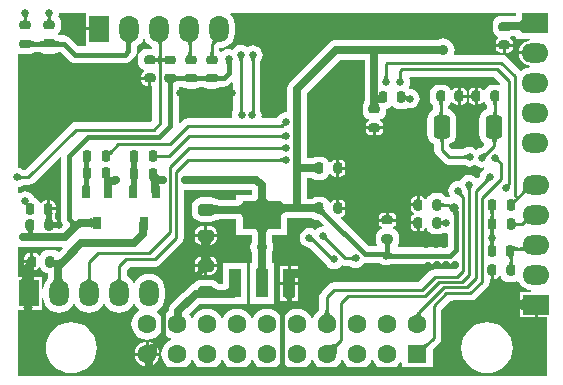
<source format=gbl>
G04*
G04 #@! TF.GenerationSoftware,Altium Limited,Altium Designer,20.1.11 (218)*
G04*
G04 Layer_Physical_Order=2*
G04 Layer_Color=16711680*
%FSTAX24Y24*%
%MOIN*%
G70*
G04*
G04 #@! TF.SameCoordinates,E2051E8E-EE30-42B2-978D-12B425F2BF15*
G04*
G04*
G04 #@! TF.FilePolarity,Positive*
G04*
G01*
G75*
%ADD11C,0.0150*%
%ADD12C,0.0080*%
%ADD16C,0.0100*%
G04:AMPARAMS|DCode=23|XSize=37mil|YSize=29mil|CornerRadius=7.3mil|HoleSize=0mil|Usage=FLASHONLY|Rotation=0.000|XOffset=0mil|YOffset=0mil|HoleType=Round|Shape=RoundedRectangle|*
%AMROUNDEDRECTD23*
21,1,0.0370,0.0145,0,0,0.0*
21,1,0.0225,0.0290,0,0,0.0*
1,1,0.0145,0.0113,-0.0073*
1,1,0.0145,-0.0113,-0.0073*
1,1,0.0145,-0.0113,0.0073*
1,1,0.0145,0.0113,0.0073*
%
%ADD23ROUNDEDRECTD23*%
G04:AMPARAMS|DCode=24|XSize=37mil|YSize=29mil|CornerRadius=7.3mil|HoleSize=0mil|Usage=FLASHONLY|Rotation=270.000|XOffset=0mil|YOffset=0mil|HoleType=Round|Shape=RoundedRectangle|*
%AMROUNDEDRECTD24*
21,1,0.0370,0.0145,0,0,270.0*
21,1,0.0225,0.0290,0,0,270.0*
1,1,0.0145,-0.0073,-0.0113*
1,1,0.0145,-0.0073,0.0113*
1,1,0.0145,0.0073,0.0113*
1,1,0.0145,0.0073,-0.0113*
%
%ADD24ROUNDEDRECTD24*%
%ADD46C,0.0250*%
%ADD47O,0.0900X0.0650*%
%ADD48R,0.0900X0.0650*%
%ADD49O,0.0650X0.0900*%
%ADD50R,0.0650X0.0900*%
%ADD51R,0.0630X0.0630*%
%ADD52C,0.0630*%
%ADD53C,0.0280*%
%ADD54C,0.0350*%
%ADD55C,0.0250*%
%ADD56C,0.0320*%
G04:AMPARAMS|DCode=57|XSize=37mil|YSize=30mil|CornerRadius=7.5mil|HoleSize=0mil|Usage=FLASHONLY|Rotation=270.000|XOffset=0mil|YOffset=0mil|HoleType=Round|Shape=RoundedRectangle|*
%AMROUNDEDRECTD57*
21,1,0.0370,0.0150,0,0,270.0*
21,1,0.0220,0.0300,0,0,270.0*
1,1,0.0150,-0.0075,-0.0110*
1,1,0.0150,-0.0075,0.0110*
1,1,0.0150,0.0075,0.0110*
1,1,0.0150,0.0075,-0.0110*
%
%ADD57ROUNDEDRECTD57*%
G04:AMPARAMS|DCode=58|XSize=37mil|YSize=30mil|CornerRadius=7.5mil|HoleSize=0mil|Usage=FLASHONLY|Rotation=0.000|XOffset=0mil|YOffset=0mil|HoleType=Round|Shape=RoundedRectangle|*
%AMROUNDEDRECTD58*
21,1,0.0370,0.0150,0,0,0.0*
21,1,0.0220,0.0300,0,0,0.0*
1,1,0.0150,0.0110,-0.0075*
1,1,0.0150,-0.0110,-0.0075*
1,1,0.0150,-0.0110,0.0075*
1,1,0.0150,0.0110,0.0075*
%
%ADD58ROUNDEDRECTD58*%
G04:AMPARAMS|DCode=59|XSize=55.1mil|YSize=78.7mil|CornerRadius=13.8mil|HoleSize=0mil|Usage=FLASHONLY|Rotation=180.000|XOffset=0mil|YOffset=0mil|HoleType=Round|Shape=RoundedRectangle|*
%AMROUNDEDRECTD59*
21,1,0.0551,0.0512,0,0,180.0*
21,1,0.0276,0.0787,0,0,180.0*
1,1,0.0276,-0.0138,0.0256*
1,1,0.0276,0.0138,0.0256*
1,1,0.0276,0.0138,-0.0256*
1,1,0.0276,-0.0138,-0.0256*
%
%ADD59ROUNDEDRECTD59*%
%ADD60R,0.1299X0.0945*%
G04:AMPARAMS|DCode=61|XSize=40mil|YSize=52mil|CornerRadius=10mil|HoleSize=0mil|Usage=FLASHONLY|Rotation=90.000|XOffset=0mil|YOffset=0mil|HoleType=Round|Shape=RoundedRectangle|*
%AMROUNDEDRECTD61*
21,1,0.0400,0.0320,0,0,90.0*
21,1,0.0200,0.0520,0,0,90.0*
1,1,0.0200,0.0160,0.0100*
1,1,0.0200,0.0160,-0.0100*
1,1,0.0200,-0.0160,-0.0100*
1,1,0.0200,-0.0160,0.0100*
%
%ADD61ROUNDEDRECTD61*%
%ADD62R,0.0394X0.0945*%
%ADD63R,0.0300X0.0400*%
G36*
X066043Y035863D02*
X06603Y035862D01*
X065989Y035861D01*
X065988Y035861D01*
X065913Y03586D01*
X065911Y03586D01*
X065909Y03586D01*
X065886Y03586D01*
X065694D01*
X065691Y035859D01*
X065559D01*
X065487Y03585D01*
X065421Y035822D01*
X065363Y035778D01*
X065319Y035721D01*
X065291Y035654D01*
X065282Y035582D01*
Y035432D01*
X065291Y03536D01*
X065319Y035293D01*
X065363Y035236D01*
X065421Y035192D01*
X065473Y03517D01*
X065477Y035121D01*
X065476Y035117D01*
X065433Y035088D01*
X065394Y03503D01*
X065381Y034962D01*
Y034937D01*
X065669D01*
X065958D01*
Y034962D01*
X065944Y03503D01*
X065905Y035088D01*
X065862Y035117D01*
X065861Y035121D01*
X065865Y035166D01*
X065866Y03517D01*
X065886Y035174D01*
X065897Y035181D01*
X065909Y035185D01*
X065912Y035187D01*
X065916Y035188D01*
X065928Y035191D01*
X06594Y035193D01*
X066006Y035198D01*
X066043Y035164D01*
Y035105D01*
X06623D01*
X066244Y035102D01*
X066257Y035105D01*
X066271Y035104D01*
X066273Y035105D01*
X066537D01*
X06654Y035055D01*
X066457Y035044D01*
X066354Y035001D01*
X066265Y034933D01*
X066197Y034844D01*
X066154Y034741D01*
X066146Y03468D01*
X066693D01*
Y03458D01*
X066146D01*
X066154Y034519D01*
X066197Y034416D01*
X066265Y034327D01*
X066354Y034259D01*
X066457Y034216D01*
X066535Y034206D01*
Y034155D01*
X066431Y034141D01*
X066303Y034089D01*
X066232Y034034D01*
X066204Y034039D01*
X065751Y034491D01*
X065668Y034547D01*
X065571Y034566D01*
X064013D01*
X063985Y034608D01*
X063997Y034636D01*
X06401Y034734D01*
X063997Y034832D01*
X063959Y034923D01*
X063899Y035002D01*
X063821Y035062D01*
X06373Y0351D01*
X063632Y035112D01*
X063534Y0351D01*
X063443Y035062D01*
X062385D01*
X062347Y035067D01*
X06231Y035062D01*
X060059D01*
X059974Y035051D01*
X059895Y035018D01*
X059827Y034966D01*
X058528Y033667D01*
X058476Y033599D01*
X058443Y03352D01*
X058438Y033477D01*
X058432Y033435D01*
Y032666D01*
X058337Y032647D01*
X058333Y032644D01*
X058301Y032639D01*
X058222Y032607D01*
X058154Y032555D01*
X058102Y032487D01*
X058091Y03246D01*
X057611D01*
X057569Y03251D01*
X057575Y032555D01*
X057564Y032639D01*
X057538Y0327D01*
Y034355D01*
X057567Y034393D01*
X0576Y034472D01*
X057611Y034557D01*
X0576Y034642D01*
X057567Y034721D01*
X057515Y034789D01*
X057447Y034841D01*
X057368Y034874D01*
X057283Y034885D01*
X057199Y034874D01*
X05712Y034841D01*
X057088Y034817D01*
X057044Y034851D01*
X056965Y034884D01*
X05688Y034895D01*
X056795Y034884D01*
X056716Y034851D01*
X056648Y034799D01*
X056596Y034731D01*
X056561Y034746D01*
X056476Y034757D01*
X056392Y034746D01*
X056312Y034713D01*
X056275Y034684D01*
X056222Y034671D01*
X05617Y034711D01*
Y034781D01*
X056287Y034797D01*
X056414Y034849D01*
X056524Y034934D01*
X056608Y035043D01*
X056661Y035171D01*
X056679Y035308D01*
Y035558D01*
X056661Y035695D01*
X056608Y035823D01*
X056529Y035926D01*
X056541Y035976D01*
X066043D01*
Y035863D01*
D02*
G37*
G36*
X050576Y035874D02*
X05057Y035866D01*
X050565Y035857D01*
X05056Y035848D01*
X050556Y035838D01*
X050553Y035827D01*
X05055Y035816D01*
X050548Y035805D01*
X050547Y035794D01*
X050548Y035792D01*
X050549Y035775D01*
X050552Y035759D01*
X050555Y035746D01*
X05056Y035735D01*
X050565Y035726D01*
X050572Y035719D01*
X050579Y035714D01*
X050588Y035711D01*
X050597Y03571D01*
X050397D01*
X050407Y035711D01*
X050415Y035714D01*
X050423Y035719D01*
X050429Y035726D01*
X050435Y035735D01*
X050439Y035746D01*
X050443Y035759D01*
X050445Y035775D01*
X050446Y035791D01*
X050445Y035801D01*
X050444Y035812D01*
X050441Y035823D01*
X050437Y035833D01*
X050433Y035843D01*
X050428Y035852D01*
X050422Y03586D01*
X050416Y035868D01*
X050408Y035875D01*
X050583Y035882D01*
X050576Y035874D01*
D02*
G37*
G36*
X049785Y035858D02*
X049779Y03585D01*
X049773Y035841D01*
X049768Y035832D01*
X049764Y035822D01*
X049761Y035812D01*
X049758Y035801D01*
X049756Y035789D01*
X049755Y03578D01*
X049757Y035765D01*
X049759Y03575D01*
X049763Y035736D01*
X049767Y035725D01*
X049773Y035716D01*
X049779Y035709D01*
X049787Y035704D01*
X049795Y035701D01*
X049805Y0357D01*
X049605D01*
X049614Y035701D01*
X049623Y035704D01*
X04963Y035709D01*
X049637Y035716D01*
X049642Y035725D01*
X049647Y035736D01*
X04965Y03575D01*
X049653Y035765D01*
X049654Y03578D01*
X049653Y035789D01*
X049651Y035801D01*
X049649Y035812D01*
X049645Y035822D01*
X049641Y035832D01*
X049636Y035841D01*
X049631Y03585D01*
X049624Y035858D01*
X049617Y035865D01*
X049792D01*
X049785Y035858D01*
D02*
G37*
G36*
X066244Y035306D02*
X066242Y035325D01*
X066234Y035342D01*
X066222Y035357D01*
X066204Y035371D01*
X066182Y035382D01*
X066154Y035391D01*
X066122Y035398D01*
X066084Y035403D01*
X066045Y035406D01*
X065914Y035396D01*
X065887Y035391D01*
X065862Y035385D01*
X065841Y035378D01*
X065823Y035371D01*
X065808Y035362D01*
Y035651D01*
X065809Y035652D01*
X065814Y035653D01*
X065825Y035654D01*
X065914Y035656D01*
X065994Y035657D01*
Y035657D01*
X066042Y035658D01*
X066084Y035662D01*
X066122Y035668D01*
X066155Y035677D01*
X066182Y035688D01*
X066205Y035702D01*
X066223Y035718D01*
X066235Y035737D01*
X066243Y035758D01*
X066245Y035782D01*
X066244Y035306D01*
D02*
G37*
G36*
X056202Y035378D02*
X056202Y035373D01*
X056201Y035354D01*
X0562Y035227D01*
X0561D01*
X056097Y03538D01*
X056203D01*
X056202Y035378D01*
D02*
G37*
G36*
X056118Y034987D02*
X056108Y03499D01*
X056097Y034992D01*
X056086Y034991D01*
X056074Y034988D01*
X056061Y034983D01*
X056048Y034976D01*
X056034Y034967D01*
X056019Y034955D01*
X056004Y034942D01*
X055988Y034927D01*
X055892Y034972D01*
X055907Y034988D01*
X055919Y035002D01*
X055929Y035016D01*
X055936Y035028D01*
X055941Y035039D01*
X055942Y035048D01*
X055942Y035057D01*
X055939Y035064D01*
X055933Y035071D01*
X055924Y035076D01*
X056118Y034987D01*
D02*
G37*
G36*
X055278Y035014D02*
X05527Y035009D01*
X055262Y035002D01*
X055256Y034994D01*
X05525Y034983D01*
X055246Y03497D01*
X055242Y034955D01*
X05524Y034937D01*
X055238Y034918D01*
X055238Y034897D01*
X055138Y034884D01*
X055137Y034905D01*
X055136Y034924D01*
X055134Y034941D01*
X05513Y034955D01*
X055126Y034967D01*
X05512Y034976D01*
X055114Y034983D01*
X055106Y034988D01*
X055098Y03499D01*
X055088Y03499D01*
X055287Y035016D01*
X055278Y035014D01*
D02*
G37*
G36*
X054283Y035016D02*
X054275Y035011D01*
X054267Y035005D01*
X054261Y034996D01*
X054255Y034985D01*
X054251Y034972D01*
X054247Y034956D01*
X054245Y034939D01*
X054243Y03492D01*
X054243Y034898D01*
X054143Y034883D01*
X054142Y034905D01*
X054141Y034924D01*
X054138Y034941D01*
X054135Y034955D01*
X05413Y034967D01*
X054125Y034976D01*
X054118Y034983D01*
X054111Y034988D01*
X054103Y03499D01*
X054093Y034989D01*
X054292Y035019D01*
X054283Y035016D01*
D02*
G37*
G36*
X051725Y035483D02*
X05215D01*
Y035383D01*
X051725D01*
Y034883D01*
X051687Y034854D01*
X051463D01*
X051185Y035132D01*
X051128Y035176D01*
X051061Y035204D01*
X050989Y035213D01*
X050849D01*
X050842Y035215D01*
X050822Y035215D01*
X050821Y035216D01*
X05079Y035258D01*
X050793Y035287D01*
X050794Y035288D01*
X050809Y035299D01*
X050852Y035356D01*
X05088Y035422D01*
X050889Y035493D01*
Y035638D01*
X05088Y03571D01*
X050852Y035776D01*
X050809Y035833D01*
X050793Y035845D01*
X050809Y035883D01*
X05082Y035968D01*
X050827Y035976D01*
X051725D01*
Y035483D01*
D02*
G37*
G36*
X053289Y035017D02*
X053275Y035016D01*
X053262Y035011D01*
X053251Y035002D01*
X053242Y03499D01*
X053233Y034974D01*
X053227Y034954D01*
X053221Y034931D01*
X053218Y034904D01*
X053216Y034874D01*
X053215Y034839D01*
X053065Y034845D01*
X053064Y03488D01*
X053058Y034937D01*
X053053Y034961D01*
X053046Y034981D01*
X053038Y034997D01*
X053028Y03501D01*
X053017Y035019D01*
X053004Y035025D01*
X05299Y035027D01*
X053289Y035017D01*
D02*
G37*
G36*
X049876Y035051D02*
X049886Y035042D01*
X049898Y035035D01*
X049912Y035029D01*
X049928Y035023D01*
X049946Y035019D01*
X049966Y035015D01*
X049988Y035013D01*
X050039Y035011D01*
Y034861D01*
X050013Y034861D01*
X049966Y034857D01*
X049946Y034853D01*
X049928Y034849D01*
X049912Y034843D01*
X049898Y034837D01*
X049886Y03483D01*
X049876Y034821D01*
X049869Y034812D01*
Y03506D01*
X049876Y035051D01*
D02*
G37*
G36*
X050675Y035059D02*
X050685Y035049D01*
X050698Y03504D01*
X050712Y035032D01*
X050728Y035026D01*
X050746Y03502D01*
X050766Y035016D01*
X050788Y035013D01*
X050812Y035012D01*
X050837Y035011D01*
X050835Y034861D01*
X050813Y034861D01*
X050771Y034856D01*
X050751Y034852D01*
X050731Y034847D01*
X050712Y034841D01*
X050694Y034834D01*
X050676Y034826D01*
X050659Y034817D01*
X050642Y034806D01*
X050666Y03507D01*
X050675Y035059D01*
D02*
G37*
G36*
X050362Y034806D02*
X050345Y034817D01*
X050328Y034826D01*
X05031Y034834D01*
X050291Y034841D01*
X050273Y034847D01*
X050253Y034852D01*
X050233Y034856D01*
X050212Y034859D01*
X050191Y034861D01*
X050169Y034861D01*
X050167Y035011D01*
X050192Y035012D01*
X050238Y035016D01*
X050258Y03502D01*
X050276Y035026D01*
X050292Y035032D01*
X050306Y03504D01*
X050319Y035049D01*
X050329Y035059D01*
X050338Y03507D01*
X050362Y034806D01*
D02*
G37*
G36*
X055238Y03463D02*
X05524Y034613D01*
X055242Y034598D01*
X055246Y034584D01*
X05525Y034573D01*
X055256Y034564D01*
X055262Y034557D01*
X05527Y034552D01*
X055278Y034549D01*
X055288Y034548D01*
X055088Y034543D01*
X055098Y034545D01*
X055106Y034548D01*
X055114Y034553D01*
X05512Y034561D01*
X055126Y034571D01*
X05513Y034582D01*
X055134Y034596D01*
X055136Y034612D01*
X055137Y03463D01*
X055138Y03465D01*
X055238D01*
X055238Y03463D01*
D02*
G37*
G36*
X054244Y034535D02*
X054247Y034518D01*
X054252Y034503D01*
X054259Y03449D01*
X054268Y034479D01*
X054279Y03447D01*
X054292Y034463D01*
X054306Y034459D01*
X054307Y034459D01*
X05432Y034462D01*
X054332Y034467D01*
X054342Y034472D01*
X054349Y034479D01*
X054355Y034486D01*
X054358Y034495D01*
X054359Y034504D01*
Y034305D01*
X054358Y034314D01*
X054355Y034323D01*
X054349Y03433D01*
X054342Y034337D01*
X054332Y034342D01*
X05432Y034347D01*
X054307Y03435D01*
X054306Y03435D01*
X054292Y034345D01*
X054279Y034338D01*
X054268Y034329D01*
X054259Y034318D01*
X054252Y034305D01*
X054247Y03429D01*
X054244Y034273D01*
X054243Y034254D01*
X054143D01*
X054142Y034273D01*
X054139Y03429D01*
X054134Y034305D01*
X054127Y034318D01*
X054118Y034329D01*
X054107Y034338D01*
X054094Y034345D01*
X05408Y03435D01*
X05408Y03435D01*
X054066Y034347D01*
X054054Y034342D01*
X054045Y034337D01*
X054037Y03433D01*
X054032Y034323D01*
X054029Y034314D01*
X054028Y034305D01*
Y034504D01*
X054029Y034495D01*
X054032Y034486D01*
X054037Y034479D01*
X054045Y034472D01*
X054054Y034467D01*
X054066Y034462D01*
X05408Y034459D01*
X05408Y034459D01*
X054094Y034463D01*
X054107Y03447D01*
X054118Y034479D01*
X054127Y03449D01*
X054134Y034503D01*
X054139Y034518D01*
X054142Y034535D01*
X054143Y034554D01*
X054243D01*
X054244Y034535D01*
D02*
G37*
G36*
X055966Y03463D02*
X055967Y034613D01*
X05597Y034598D01*
X055973Y034585D01*
X055978Y034574D01*
X055983Y034565D01*
X05599Y034558D01*
X055997Y034553D01*
X056006Y03455D01*
X056015Y034548D01*
X055967D01*
X055968Y034457D01*
X055862D01*
X055863Y03446D01*
X055863Y034465D01*
X055864Y034483D01*
X055865Y034548D01*
X055815D01*
X055825Y03455D01*
X055833Y034553D01*
X055841Y034558D01*
X055847Y034565D01*
X055853Y034574D01*
X055857Y034585D01*
X055861Y034598D01*
X055863Y034613D01*
X055865Y03463D01*
X055865Y03465D01*
X055965D01*
X055966Y03463D01*
D02*
G37*
G36*
X05696Y03447D02*
X056954Y034462D01*
X056948Y034453D01*
X056943Y034444D01*
X056939Y034434D01*
X056936Y034424D01*
X056933Y034413D01*
X056931Y034402D01*
X05693Y03439D01*
X05693Y034377D01*
X05683D01*
X05683Y03439D01*
X056828Y034402D01*
X056827Y034413D01*
X056824Y034424D01*
X056821Y034434D01*
X056816Y034444D01*
X056812Y034453D01*
X056806Y034462D01*
X0568Y03447D01*
X056792Y034478D01*
X056967D01*
X05696Y03447D01*
D02*
G37*
G36*
X057364Y03446D02*
X057357Y034452D01*
X057352Y034443D01*
X057347Y034434D01*
X057343Y034424D01*
X057339Y034414D01*
X057337Y034403D01*
X057335Y034392D01*
X057334Y03438D01*
X057333Y034368D01*
X057233D01*
X057233Y03438D01*
X057232Y034392D01*
X05723Y034403D01*
X057227Y034414D01*
X057224Y034424D01*
X05722Y034434D01*
X057215Y034443D01*
X057209Y034452D01*
X057203Y03446D01*
X057196Y034468D01*
X057371D01*
X057364Y03446D01*
D02*
G37*
G36*
X053691Y035043D02*
X053775Y034934D01*
X053885Y034849D01*
X053938Y034827D01*
Y034757D01*
X053738D01*
X053667Y034747D01*
X0536Y03472D01*
X053542Y034676D01*
X053498Y034618D01*
X053471Y034551D01*
X053461Y034479D01*
Y034329D01*
X053471Y034258D01*
X053498Y034191D01*
X053542Y034133D01*
X0536Y034089D01*
X053652Y034068D01*
X053656Y034018D01*
X053656Y034015D01*
X053612Y033986D01*
X053574Y033928D01*
X05356Y033859D01*
Y033834D01*
X053848D01*
Y033784D01*
X053898D01*
Y033531D01*
X053938D01*
Y032389D01*
X053881Y032332D01*
X051388D01*
X05129Y032312D01*
X051208Y032257D01*
X049688Y030737D01*
X049631D01*
X049593Y030766D01*
X049514Y030799D01*
X049457Y030806D01*
Y03458D01*
X049499Y034607D01*
X049521Y034598D01*
X049592Y034589D01*
X049817D01*
X049888Y034598D01*
X049955Y034626D01*
X049963Y034632D01*
X049965Y034633D01*
X049984Y034648D01*
X049991Y034653D01*
X049992Y034654D01*
X050023Y034657D01*
X050043Y034657D01*
X05005Y034659D01*
X050158D01*
X050164Y034657D01*
X050181Y034657D01*
X050191Y034656D01*
X0502Y034655D01*
X050209Y034653D01*
X050217Y034651D01*
X050224Y034649D01*
X05023Y034646D01*
X050236Y034643D01*
X050242Y03464D01*
X050254Y034633D01*
X050278Y034624D01*
X050301Y034612D01*
X050312Y03461D01*
X050318Y034608D01*
X050322Y034607D01*
X050328Y034605D01*
X050338Y034605D01*
X050389Y034599D01*
X050614D01*
X050666Y034605D01*
X050676Y034605D01*
X050682Y034607D01*
X050686Y034608D01*
X050692Y03461D01*
X050703Y034612D01*
X050726Y034624D01*
X05075Y034633D01*
X050761Y03464D01*
X050767Y034643D01*
X050774Y034646D01*
X05078Y034649D01*
X050787Y034651D01*
X050795Y034653D01*
X050801Y034654D01*
X050826Y034657D01*
X05084Y034657D01*
X050846Y034659D01*
X050874D01*
X051152Y034381D01*
X05121Y034337D01*
X051277Y034309D01*
X051348Y034299D01*
X053032D01*
X053103Y034309D01*
X05317Y034337D01*
X053228Y034381D01*
X053336Y034489D01*
X05338Y034546D01*
X053408Y034613D01*
X053417Y034685D01*
Y034826D01*
X053419Y034831D01*
X053418Y034833D01*
X053419Y034835D01*
X053419Y034853D01*
X053524Y034934D01*
X053608Y035043D01*
X053625Y035083D01*
X053675D01*
X053691Y035043D01*
D02*
G37*
G36*
X056561Y034337D02*
X056559Y034333D01*
X056557Y034327D01*
X056556Y03432D01*
X056554Y034312D01*
X056553Y034293D01*
X056551Y034268D01*
X056551Y034254D01*
X056401D01*
X056401Y034268D01*
X056398Y034312D01*
X056397Y03432D01*
X056395Y034327D01*
X056393Y034333D01*
X056391Y034337D01*
X056389Y03434D01*
X056564D01*
X056561Y034337D01*
D02*
G37*
G36*
X062255Y033839D02*
X062256Y033827D01*
X062258Y033815D01*
X062261Y033804D01*
X062264Y033794D01*
X062268Y033784D01*
X062273Y033775D01*
X062279Y033766D01*
X062285Y033758D01*
X062292Y033751D01*
X062117D01*
X062124Y033758D01*
X062131Y033766D01*
X062136Y033775D01*
X062141Y033784D01*
X062145Y033794D01*
X062149Y033804D01*
X062151Y033815D01*
X062153Y033827D01*
X062154Y033839D01*
X062155Y033851D01*
X062255D01*
X062255Y033839D01*
D02*
G37*
G36*
X061763D02*
X061764Y033827D01*
X061766Y033815D01*
X061769Y033804D01*
X061772Y033794D01*
X061776Y033784D01*
X061781Y033775D01*
X061787Y033766D01*
X061793Y033758D01*
X0618Y033751D01*
X061625D01*
X061632Y033758D01*
X061639Y033766D01*
X061644Y033775D01*
X061649Y033784D01*
X061653Y033794D01*
X061657Y033804D01*
X061659Y033815D01*
X061661Y033827D01*
X061662Y033839D01*
X061663Y033851D01*
X061763D01*
X061763Y033839D01*
D02*
G37*
G36*
X056087Y033899D02*
X056097Y033891D01*
X056108Y033883D01*
X056122Y033877D01*
X056138Y033872D01*
X056156Y033867D01*
X056177Y033864D01*
X056199Y033861D01*
X05625Y033859D01*
Y033709D01*
X056223Y033709D01*
X056177Y033705D01*
X056156Y033702D01*
X056138Y033697D01*
X056122Y033692D01*
X056108Y033686D01*
X056097Y033678D01*
X056087Y03367D01*
X056079Y033661D01*
Y033908D01*
X056087Y033899D01*
D02*
G37*
G36*
X055751Y033661D02*
X055744Y03367D01*
X055734Y033678D01*
X055722Y033686D01*
X055708Y033692D01*
X055692Y033697D01*
X055674Y033702D01*
X055654Y033705D01*
X055632Y033708D01*
X055581Y033709D01*
Y033859D01*
X055607Y03386D01*
X055654Y033864D01*
X055674Y033867D01*
X055692Y033872D01*
X055708Y033877D01*
X055722Y033883D01*
X055734Y033891D01*
X055744Y033899D01*
X055751Y033908D01*
Y033661D01*
D02*
G37*
G36*
X055398Y033899D02*
X055408Y033891D01*
X055419Y033883D01*
X055433Y033877D01*
X055449Y033872D01*
X055467Y033867D01*
X055488Y033864D01*
X05551Y033861D01*
X055561Y033859D01*
Y033709D01*
X055535Y033709D01*
X055488Y033705D01*
X055467Y033702D01*
X055449Y033697D01*
X055433Y033692D01*
X055419Y033686D01*
X055408Y033678D01*
X055398Y03367D01*
X05539Y033661D01*
Y033908D01*
X055398Y033899D01*
D02*
G37*
G36*
X055062Y033661D02*
X055055Y03367D01*
X055045Y033678D01*
X055033Y033686D01*
X055019Y033692D01*
X055003Y033697D01*
X054985Y033702D01*
X054965Y033705D01*
X054943Y033708D01*
X054892Y033709D01*
Y033859D01*
X054918Y03386D01*
X054965Y033864D01*
X054985Y033867D01*
X055003Y033872D01*
X055019Y033877D01*
X055033Y033883D01*
X055045Y033891D01*
X055055Y033899D01*
X055062Y033908D01*
Y033661D01*
D02*
G37*
G36*
X054709Y033899D02*
X054719Y033891D01*
X05473Y033883D01*
X054744Y033877D01*
X05476Y033872D01*
X054778Y033867D01*
X054799Y033864D01*
X054821Y033861D01*
X054872Y033859D01*
Y033709D01*
X054846Y033709D01*
X054799Y033705D01*
X054778Y033702D01*
X05476Y033697D01*
X054744Y033692D01*
X05473Y033686D01*
X054719Y033678D01*
X054709Y03367D01*
X054701Y033661D01*
Y033908D01*
X054709Y033899D01*
D02*
G37*
G36*
X061011Y033119D02*
X06101Y033114D01*
X061008Y033047D01*
X061005Y033D01*
X061003Y032989D01*
X060988Y03297D01*
X060961Y032903D01*
X060951Y032831D01*
Y032681D01*
X060961Y032609D01*
X060988Y032542D01*
X061032Y032485D01*
X06109Y032441D01*
X061142Y032419D01*
X061147Y03237D01*
X061146Y032366D01*
X061102Y032337D01*
X061064Y032279D01*
X06105Y032211D01*
Y032186D01*
X061339D01*
X061627D01*
Y032211D01*
X061613Y032279D01*
X061575Y032337D01*
X061531Y032366D01*
X061531Y03237D01*
X061535Y032419D01*
X061587Y032441D01*
X061645Y032485D01*
X061689Y032542D01*
X061716Y032609D01*
X061726Y032681D01*
Y032767D01*
X061763Y032772D01*
X061829Y032799D01*
X061886Y032843D01*
X061904Y032866D01*
X061954D01*
X061972Y032843D01*
X062029Y032799D01*
X062095Y032772D01*
X062167Y032762D01*
X062312D01*
X062383Y032772D01*
X062436Y032794D01*
X06252Y032782D01*
X062605Y032794D01*
X062684Y032826D01*
X062751Y032878D01*
X062804Y032946D01*
X062836Y033025D01*
X062847Y03311D01*
X062836Y033195D01*
X062804Y033274D01*
X062751Y033342D01*
X062684Y033394D01*
X062605Y033427D01*
X06252Y033438D01*
X062506Y033456D01*
X062493Y033467D01*
X062489Y033498D01*
X062521Y033577D01*
X062533Y033661D01*
X062521Y033746D01*
X062503Y03379D01*
X062537Y03384D01*
X065327D01*
X06554Y033627D01*
X065538Y033604D01*
X065512Y033581D01*
X065486Y033568D01*
X065424Y033576D01*
X065274D01*
X065203Y033567D01*
X065136Y033539D01*
X065078Y033495D01*
X065034Y033438D01*
X065013Y033386D01*
X064963Y033381D01*
X064959Y033382D01*
X064931Y033425D01*
X064873Y033464D01*
X064804Y033477D01*
X064779D01*
Y033189D01*
Y032901D01*
X064804D01*
X064873Y032914D01*
X064931Y032953D01*
X064959Y032996D01*
X064963Y032997D01*
X065013Y032992D01*
X065034Y03294D01*
X065078Y032883D01*
X065094Y03287D01*
Y032751D01*
X065089Y03275D01*
X065007Y032716D01*
X064936Y032662D01*
X064882Y032592D01*
X064848Y032509D01*
X064836Y032421D01*
Y031909D01*
X064848Y031821D01*
X064882Y031739D01*
X064936Y031669D01*
X064982Y031634D01*
X06499Y031571D01*
X064884Y031465D01*
X064836Y031458D01*
X064757Y031426D01*
X064727Y031403D01*
X064672Y031445D01*
X064593Y031478D01*
X064508Y031489D01*
X064423Y031478D01*
X064344Y031445D01*
X064306Y031416D01*
X063934D01*
X063838Y031513D01*
Y031592D01*
X063891Y031614D01*
X063961Y031669D01*
X064016Y031739D01*
X06405Y031821D01*
X064061Y031909D01*
Y032421D01*
X06405Y032509D01*
X064016Y032592D01*
X063961Y032662D01*
X063891Y032716D01*
X063809Y03275D01*
X063803Y032751D01*
Y03287D01*
X063819Y032883D01*
X063863Y03294D01*
X063885Y032992D01*
X063934Y032997D01*
X063938Y032996D01*
X063967Y032953D01*
X064025Y032914D01*
X064093Y032901D01*
X064118D01*
Y033189D01*
Y033477D01*
X064093D01*
X064025Y033464D01*
X063967Y033425D01*
X063938Y033382D01*
X063934Y033381D01*
X063885Y033386D01*
X063863Y033438D01*
X063819Y033495D01*
X063762Y033539D01*
X063695Y033567D01*
X063623Y033576D01*
X063473D01*
X063401Y033567D01*
X063335Y033539D01*
X063277Y033495D01*
X063233Y033438D01*
X063205Y033371D01*
X063196Y033299D01*
Y033079D01*
X063205Y033007D01*
X063233Y03294D01*
X063277Y032883D01*
X063293Y03287D01*
Y032724D01*
X063275Y032716D01*
X063204Y032662D01*
X06315Y032592D01*
X063116Y032509D01*
X063104Y032421D01*
Y031909D01*
X063116Y031821D01*
X06315Y031739D01*
X063204Y031669D01*
X063275Y031614D01*
X063328Y031592D01*
Y031407D01*
X063347Y03131D01*
X063402Y031227D01*
X063649Y030981D01*
X063731Y030926D01*
X063829Y030907D01*
X064306D01*
X064344Y030878D01*
X064423Y030845D01*
X064508Y030834D01*
X064593Y030845D01*
X064672Y030878D01*
X064702Y030901D01*
X064757Y030858D01*
X064812Y030835D01*
X064824Y030828D01*
X064921Y030808D01*
X064995Y030823D01*
X065001Y030811D01*
X06501Y030775D01*
X06495Y030729D01*
X064898Y030661D01*
X064865Y030582D01*
X064859Y030535D01*
X064778Y030454D01*
X064728Y030457D01*
X06472Y030468D01*
X064652Y03052D01*
X064573Y030553D01*
X064488Y030564D01*
X064403Y030553D01*
X064324Y03052D01*
X064256Y030468D01*
X064204Y0304D01*
X064188Y03036D01*
X064134Y030367D01*
X064049Y030356D01*
X06397Y030323D01*
X063902Y030271D01*
X06385Y030203D01*
X063817Y030124D01*
X063806Y030039D01*
X063817Y029955D01*
X06385Y029875D01*
X063862Y02986D01*
X063833Y029815D01*
X063799Y029822D01*
X063731D01*
X063691Y029873D01*
X063634Y029917D01*
X063567Y029945D01*
X063495Y029954D01*
X063345D01*
X063273Y029945D01*
X063207Y029917D01*
X063149Y029873D01*
X063105Y029816D01*
X063084Y029764D01*
X063034Y029759D01*
X06303Y02976D01*
X063001Y029803D01*
X062944Y029842D01*
X062875Y029855D01*
X06285D01*
Y029567D01*
X0628D01*
Y029517D01*
X062547D01*
Y029457D01*
X06256Y029389D01*
X062599Y029331D01*
X062646Y029299D01*
X06265Y029283D01*
Y029261D01*
X062646Y029244D01*
X062599Y029213D01*
X06256Y029155D01*
X062547Y029086D01*
Y029026D01*
X0628D01*
Y028976D01*
X06285D01*
Y028688D01*
X062875D01*
X062944Y028702D01*
X063001Y02874D01*
X06303Y028784D01*
X063034Y028784D01*
X063084Y02878D01*
X063105Y028728D01*
X063149Y02867D01*
X063207Y028626D01*
X063273Y028598D01*
X063345Y028589D01*
X063495D01*
X063567Y028598D01*
X063634Y028626D01*
X063652Y02864D01*
X063718Y028631D01*
X06374Y028634D01*
X063778Y028601D01*
Y028186D01*
X063743Y028151D01*
X062135D01*
X06211Y028201D01*
X062122Y028216D01*
X06215Y028283D01*
X062159Y028355D01*
Y028505D01*
X06215Y028577D01*
X062122Y028644D01*
X062078Y028701D01*
X06202Y028745D01*
X061968Y028767D01*
X061964Y028816D01*
X061964Y02882D01*
X062008Y028849D01*
X062046Y028907D01*
X06206Y028975D01*
Y029D01*
X061483D01*
Y028975D01*
X061497Y028907D01*
X061535Y028849D01*
X061579Y02882D01*
X06158Y028816D01*
X061575Y028767D01*
X061523Y028745D01*
X061466Y028701D01*
X061421Y028644D01*
X061394Y028577D01*
X061384Y028505D01*
Y028355D01*
X061394Y028283D01*
X061411Y028241D01*
X061382Y028191D01*
X061143D01*
X060219Y029116D01*
X060235Y02917D01*
X060256Y029174D01*
X060314Y029213D01*
X060353Y029271D01*
X060367Y029339D01*
Y029399D01*
X060113D01*
Y029449D01*
X060063D01*
Y029737D01*
X060038D01*
X05997Y029724D01*
X059912Y029685D01*
X059883Y029642D01*
X059879Y029641D01*
X05983Y029646D01*
X059808Y029698D01*
X059764Y029755D01*
X059707Y029799D01*
X05964Y029827D01*
X059568Y029836D01*
X059418D01*
X059346Y029827D01*
X059279Y029799D01*
X05925Y029777D01*
X059088D01*
Y03046D01*
X059207D01*
X059212Y030458D01*
X059247Y030458D01*
X059275Y030437D01*
X059341Y030409D01*
X059413Y0304D01*
X059563D01*
X059635Y030409D01*
X059702Y030437D01*
X059759Y030481D01*
X059803Y030539D01*
X059825Y030591D01*
X059874Y030595D01*
X059878Y030595D01*
X059907Y030551D01*
X059965Y030513D01*
X060033Y030499D01*
X060058D01*
Y030787D01*
Y031076D01*
X060033D01*
X059965Y031062D01*
X059907Y031024D01*
X059878Y03098D01*
X059874Y030979D01*
X059825Y030984D01*
X059803Y031036D01*
X059759Y031094D01*
X059702Y031138D01*
X059635Y031165D01*
X059563Y031175D01*
X059413D01*
X059341Y031165D01*
X059275Y031138D01*
X059247Y031116D01*
X059212Y031116D01*
X059207Y031115D01*
X059088D01*
Y033299D01*
X060195Y034406D01*
X061011D01*
Y033119D01*
D02*
G37*
G36*
X054673Y033651D02*
X05466Y033646D01*
X054649Y033638D01*
X054639Y033626D01*
X054631Y033612D01*
X054624Y033594D01*
X054619Y033572D01*
X054615Y033548D01*
X054613Y03352D01*
X054612Y033489D01*
X054462D01*
X054462Y03352D01*
X054459Y033548D01*
X054456Y033572D01*
X054451Y033594D01*
X054444Y033612D01*
X054436Y033626D01*
X054426Y033638D01*
X054415Y033646D01*
X054402Y033651D01*
X054388Y033652D01*
X054687D01*
X054673Y033651D01*
D02*
G37*
G36*
X056625Y033643D02*
Y032714D01*
X056625Y032712D01*
X056596Y032639D01*
X056584Y032555D01*
X05659Y03251D01*
X056548Y03246D01*
X055128D01*
X05503Y03244D01*
X054948Y032385D01*
X054861Y032298D01*
X054815Y032317D01*
Y033478D01*
X054816Y033484D01*
X054817Y033496D01*
X054823Y033502D01*
X054825Y033503D01*
X054856Y033505D01*
X054876Y033506D01*
X05488Y033507D01*
X054884Y033506D01*
X054928Y033504D01*
X054937Y033503D01*
X054939Y033503D01*
X054941Y033502D01*
X054947Y033496D01*
X054966Y033481D01*
X054968Y03348D01*
X054976Y033474D01*
X055043Y033447D01*
X055114Y033437D01*
X055339D01*
X05541Y033447D01*
X055476Y033474D01*
X055485Y03348D01*
X055487Y033481D01*
X055505Y033496D01*
X055512Y033502D01*
X055514Y033503D01*
X055545Y033505D01*
X055565Y033506D01*
X055569Y033507D01*
X055573Y033506D01*
X055617Y033504D01*
X055626Y033503D01*
X055628Y033503D01*
X05563Y033502D01*
X055636Y033496D01*
X055655Y033481D01*
X055657Y03348D01*
X055665Y033474D01*
X055732Y033447D01*
X055803Y033437D01*
X056028D01*
X056099Y033447D01*
X056165Y033474D01*
X056173Y03348D01*
X056176Y033481D01*
X056194Y033496D01*
X056201Y033502D01*
X056203Y033503D01*
X056234Y033505D01*
X056254Y033506D01*
X056261Y033507D01*
X056309D01*
X056381Y033517D01*
X056448Y033544D01*
X056505Y033588D01*
X056579Y033662D01*
X056625Y033643D01*
D02*
G37*
G36*
X062384Y03322D02*
X062387Y033212D01*
X062392Y033204D01*
X062399Y033198D01*
X062408Y033192D01*
X06241Y033192D01*
X062418Y033195D01*
X062428Y0332D01*
X062437Y033205D01*
X062445Y033211D01*
X062441Y033183D01*
X062448Y033182D01*
X062465Y03318D01*
X062484Y03318D01*
Y03308D01*
X062465Y033079D01*
X062448Y033078D01*
X062432Y033075D01*
X062423Y033073D01*
X062418Y033038D01*
X062411Y033046D01*
X062404Y033053D01*
X062397Y033059D01*
X062396Y03306D01*
X062391Y033056D01*
X062386Y033048D01*
X062383Y03304D01*
X062382Y03303D01*
X062382Y033068D01*
X062379Y033069D01*
X062369Y033073D01*
X062359Y033076D01*
X062348Y033078D01*
X062336Y03308D01*
X062323Y03308D01*
X062341Y03318D01*
X062353Y03318D01*
X062377Y033183D01*
X062383Y033184D01*
X062383Y03323D01*
X062384Y03322D01*
D02*
G37*
G36*
X06544Y033009D02*
X065431Y033006D01*
X065424Y033D01*
X065417Y032993D01*
X065412Y032983D01*
X065407Y032972D01*
X065404Y032958D01*
X065401Y032942D01*
X0654Y032924D01*
X065399Y032904D01*
X065299D01*
X065299Y032924D01*
X065297Y032942D01*
X065295Y032958D01*
X065291Y032972D01*
X065287Y032983D01*
X065281Y032993D01*
X065275Y033D01*
X065268Y033006D01*
X065259Y033009D01*
X06525Y03301D01*
X065449D01*
X06544Y033009D01*
D02*
G37*
G36*
X063639D02*
X06363Y033006D01*
X063623Y033D01*
X063616Y032993D01*
X063611Y032983D01*
X063606Y032972D01*
X063603Y032958D01*
X0636Y032942D01*
X063599Y032924D01*
X063598Y032904D01*
X063498D01*
X063498Y032924D01*
X063496Y032942D01*
X063494Y032958D01*
X06349Y032972D01*
X063486Y032983D01*
X06348Y032993D01*
X063474Y033D01*
X063466Y033006D01*
X063458Y033009D01*
X063449Y03301D01*
X063648D01*
X063639Y033009D01*
D02*
G37*
G36*
X061495Y032986D02*
X061494Y032986D01*
X061471Y032985D01*
X061473Y032953D01*
X061477Y032933D01*
X061482Y032915D01*
X061488Y032901D01*
X061495Y032891D01*
X061502Y032884D01*
X061175D01*
X061183Y032891D01*
X061189Y032901D01*
X061195Y032915D01*
X0612Y032933D01*
X061204Y032953D01*
X061207Y032978D01*
X061212Y033037D01*
X061214Y03311D01*
X061339D01*
Y033235D01*
X061365Y033235D01*
X06147Y033242D01*
X061474Y033244D01*
X061475Y033246D01*
X061495Y032986D01*
D02*
G37*
G36*
X0654Y03264D02*
X065401Y032623D01*
X065404Y032607D01*
X065407Y032594D01*
X065412Y032583D01*
X065417Y032574D01*
X065424Y032567D01*
X065431Y032562D01*
X06544Y032559D01*
X065449Y032558D01*
X065249D01*
X065259Y032559D01*
X065267Y032562D01*
X065275Y032567D01*
X065281Y032574D01*
X065287Y032583D01*
X065291Y032594D01*
X065295Y032607D01*
X065297Y032623D01*
X065299Y03264D01*
X065299Y032659D01*
X065399D01*
X0654Y03264D01*
D02*
G37*
G36*
X063599D02*
X0636Y032623D01*
X063603Y032607D01*
X063606Y032594D01*
X063611Y032583D01*
X063616Y032574D01*
X063623Y032567D01*
X06363Y032562D01*
X063639Y032559D01*
X063648Y032558D01*
X063448D01*
X063458Y032559D01*
X063466Y032562D01*
X063474Y032567D01*
X06348Y032574D01*
X063486Y032583D01*
X06349Y032594D01*
X063494Y032607D01*
X063496Y032623D01*
X063498Y03264D01*
X063498Y032659D01*
X063598D01*
X063599Y03264D01*
D02*
G37*
G36*
X058343Y032205D02*
X05834Y032206D01*
X058336Y032206D01*
X058332Y032204D01*
X058327Y032202D01*
X058322Y032199D01*
X058316Y032195D01*
X05831Y03219D01*
X058296Y032177D01*
X058288Y032169D01*
X058217Y03224D01*
X058226Y032249D01*
X058252Y032279D01*
X058257Y032285D01*
X05826Y03229D01*
X058262Y032294D01*
X058263Y032298D01*
X058263Y032301D01*
X058343Y032205D01*
D02*
G37*
G36*
X058297Y031763D02*
X058289Y03177D01*
X058281Y031776D01*
X058272Y031782D01*
X058263Y031787D01*
X058253Y031791D01*
X058243Y031794D01*
X058232Y031797D01*
X058221Y031799D01*
X058209Y0318D01*
X058196Y0318D01*
Y0319D01*
X058209Y031901D01*
X058221Y031902D01*
X058232Y031904D01*
X058243Y031906D01*
X058253Y03191D01*
X058263Y031914D01*
X058272Y031919D01*
X058281Y031924D01*
X058289Y031931D01*
X058297Y031938D01*
Y031763D01*
D02*
G37*
G36*
X065427Y031772D02*
X065421Y031769D01*
X065416Y031765D01*
X065412Y031759D01*
X065408Y031752D01*
X065405Y031742D01*
X065402Y031731D01*
X065401Y031719D01*
X0654Y031704D01*
X065399Y031688D01*
X065365D01*
X065365Y031672D01*
X065265D01*
X065264Y031691D01*
X065263Y031708D01*
X06526Y031723D01*
X065257Y031736D01*
X065252Y031748D01*
X065247Y031757D01*
X06524Y031764D01*
X065233Y031769D01*
X065224Y031772D01*
X065215Y031773D01*
X065433D01*
X065427Y031772D01*
D02*
G37*
G36*
X063673Y031772D02*
X063665Y031769D01*
X063657Y031764D01*
X063651Y031757D01*
X063645Y031748D01*
X063641Y031736D01*
X063637Y031723D01*
X063635Y031708D01*
X063633Y031691D01*
X063633Y031672D01*
X063533D01*
X063532Y031691D01*
X063531Y031708D01*
X063528Y031723D01*
X063525Y031736D01*
X06352Y031748D01*
X063515Y031757D01*
X063508Y031764D01*
X063501Y031769D01*
X063492Y031772D01*
X063483Y031773D01*
X063683D01*
X063673Y031772D01*
D02*
G37*
G36*
X058297Y031369D02*
X058289Y031376D01*
X058281Y031383D01*
X058272Y031388D01*
X058263Y031393D01*
X058253Y031397D01*
X058243Y031401D01*
X058232Y031403D01*
X058221Y031405D01*
X058209Y031406D01*
X058196Y031407D01*
Y031507D01*
X058209Y031507D01*
X058221Y031508D01*
X058232Y03151D01*
X058243Y031513D01*
X058253Y031516D01*
X058263Y03152D01*
X058272Y031525D01*
X058281Y031531D01*
X058289Y031537D01*
X058297Y031544D01*
Y031369D01*
D02*
G37*
G36*
X052633Y031356D02*
X052609Y031332D01*
X05257Y031288D01*
X052556Y031268D01*
X052544Y03125D01*
X052535Y031234D01*
X05253Y031219D01*
X052527Y031206D01*
X052527Y031195D01*
X052531Y031185D01*
X052431Y031365D01*
X052436Y031358D01*
X052444Y031353D01*
X052453Y031352D01*
X052464Y031354D01*
X052476Y031358D01*
X05249Y031366D01*
X052506Y031377D01*
X052523Y031391D01*
X052542Y031408D01*
X052563Y031428D01*
X052633Y031356D01*
D02*
G37*
G36*
X065091Y03124D02*
X065082Y031231D01*
X065075Y031222D01*
X065068Y031213D01*
X065062Y031203D01*
X065057Y031194D01*
X065053Y031184D01*
X06505Y031174D01*
X065048Y031164D01*
X065047Y031153D01*
X065046Y031143D01*
X064923Y031267D01*
X064933Y031267D01*
X064943Y031268D01*
X064953Y03127D01*
X064963Y031274D01*
X064973Y031278D01*
X064983Y031282D01*
X064992Y031288D01*
X065002Y031295D01*
X065011Y031303D01*
X06502Y031311D01*
X065091Y03124D01*
D02*
G37*
G36*
X054087Y031272D02*
X05409Y031263D01*
X054095Y031256D01*
X054102Y031249D01*
X054111Y031244D01*
X054122Y031239D01*
X054135Y031236D01*
X054151Y031233D01*
X054168Y031232D01*
X054187Y031231D01*
Y031131D01*
X054168Y031131D01*
X054151Y031129D01*
X054135Y031127D01*
X054122Y031123D01*
X054111Y031119D01*
X054102Y031113D01*
X054095Y031107D01*
X05409Y031099D01*
X054087Y031091D01*
X054086Y031081D01*
Y031281D01*
X054087Y031272D01*
D02*
G37*
G36*
X064419Y031074D02*
X064411Y031081D01*
X064403Y031087D01*
X064394Y031093D01*
X064385Y031098D01*
X064375Y031102D01*
X064365Y031105D01*
X064354Y031108D01*
X064343Y03111D01*
X064331Y031111D01*
X064318Y031111D01*
Y031211D01*
X064331Y031212D01*
X064343Y031213D01*
X064354Y031215D01*
X064365Y031217D01*
X064375Y031221D01*
X064385Y031225D01*
X064394Y03123D01*
X064403Y031235D01*
X064411Y031242D01*
X064419Y031249D01*
Y031074D01*
D02*
G37*
G36*
X058297Y030975D02*
X058289Y030983D01*
X058281Y030989D01*
X058272Y030995D01*
X058263Y030999D01*
X058253Y031004D01*
X058243Y031007D01*
X058232Y03101D01*
X058221Y031011D01*
X058209Y031013D01*
X058196Y031013D01*
Y031113D01*
X058209Y031113D01*
X058221Y031114D01*
X058232Y031116D01*
X058243Y031119D01*
X058253Y031122D01*
X058263Y031126D01*
X058272Y031131D01*
X058281Y031137D01*
X058289Y031143D01*
X058297Y03115D01*
Y030975D01*
D02*
G37*
G36*
X06548Y03113D02*
X065481Y03112D01*
X065483Y03111D01*
X065486Y0311D01*
X06549Y03109D01*
X065495Y03108D01*
X065501Y031071D01*
X065508Y031061D01*
X065515Y031052D01*
X065524Y031043D01*
X065453Y030972D01*
X065444Y030981D01*
X065435Y030988D01*
X065425Y030995D01*
X065416Y031001D01*
X065406Y031006D01*
X065396Y03101D01*
X065386Y031013D01*
X065376Y031015D01*
X065366Y031016D01*
X065356Y031017D01*
X065479Y03114D01*
X06548Y03113D01*
D02*
G37*
G36*
X051886Y031016D02*
X051872Y031015D01*
X051859Y031011D01*
X051848Y031003D01*
X051839Y030992D01*
X05183Y030977D01*
X051824Y030958D01*
X051818Y030935D01*
X051815Y030909D01*
X051814Y030906D01*
X051815Y030902D01*
X051818Y030876D01*
X051824Y030853D01*
X05183Y030834D01*
X051839Y030819D01*
X051848Y030808D01*
X051859Y0308D01*
X051872Y030796D01*
X051886Y030795D01*
X051627Y03077D01*
X051634Y030781D01*
X05164Y030794D01*
X051645Y030809D01*
X051649Y030825D01*
X051653Y030843D01*
X051659Y030883D01*
X05166Y0309D01*
X051656Y030949D01*
X051653Y030968D01*
X051645Y031002D01*
X05164Y031017D01*
X051634Y03103D01*
X051627Y031041D01*
X051886Y031016D01*
D02*
G37*
G36*
X053446Y031017D02*
X053434Y031008D01*
X053423Y030997D01*
X053413Y030984D01*
X053405Y030969D01*
X053398Y030953D01*
X053392Y030935D01*
X053387Y030915D01*
X053384Y030896D01*
X053387Y030876D01*
X053392Y030856D01*
X053398Y030838D01*
X053405Y030822D01*
X053413Y030808D01*
X053423Y030795D01*
X053434Y030784D01*
X053446Y030774D01*
X053182Y030751D01*
X053192Y030766D01*
X0532Y030782D01*
X053207Y030799D01*
X053214Y030817D01*
X053219Y030835D01*
X053224Y030855D01*
X053227Y030875D01*
X053229Y030896D01*
X053227Y030916D01*
X053224Y030936D01*
X053219Y030956D01*
X053214Y030975D01*
X053207Y030992D01*
X0532Y031009D01*
X053192Y031026D01*
X053182Y031041D01*
X053446Y031017D01*
D02*
G37*
G36*
X059342Y030662D02*
X059213Y030662D01*
Y030912D01*
X059342Y030913D01*
Y030662D01*
D02*
G37*
G36*
X049526Y030563D02*
X049534Y030556D01*
X049543Y030551D01*
X049552Y030546D01*
X049562Y030542D01*
X049572Y030538D01*
X049583Y030536D01*
X049594Y030534D01*
X049606Y030533D01*
X049619Y030532D01*
Y030432D01*
X049606Y030432D01*
X049594Y030431D01*
X049583Y030429D01*
X049572Y030426D01*
X049562Y030423D01*
X049552Y030419D01*
X049543Y030414D01*
X049534Y030408D01*
X049526Y030402D01*
X049518Y030395D01*
Y03057D01*
X049526Y030563D01*
D02*
G37*
G36*
X065181Y030372D02*
X06517Y030372D01*
X06516Y03037D01*
X06515Y030368D01*
X06514Y030365D01*
X06513Y030361D01*
X065121Y030356D01*
X065111Y030351D01*
X065102Y030344D01*
X065092Y030336D01*
X065083Y030328D01*
X065013Y030398D01*
X065021Y030407D01*
X065029Y030417D01*
X065036Y030426D01*
X065041Y030436D01*
X065046Y030445D01*
X06505Y030455D01*
X065053Y030465D01*
X065055Y030475D01*
X065057Y030485D01*
X065057Y030496D01*
X065181Y030372D01*
D02*
G37*
G36*
X05259Y030342D02*
X052596Y030249D01*
X052598Y030234D01*
X052601Y030222D01*
X052605Y030214D01*
X052609Y030209D01*
X052614Y030207D01*
X052316D01*
X05232Y030209D01*
X052325Y030214D01*
X052328Y030222D01*
X052331Y030234D01*
X052334Y030249D01*
X052336Y030267D01*
X052339Y030314D01*
X05234Y030374D01*
X05259D01*
X05259Y030342D01*
D02*
G37*
G36*
X051886Y030464D02*
X051872Y030464D01*
X051859Y03046D01*
X051848Y030452D01*
X051839Y030441D01*
X05183Y030426D01*
X051824Y030407D01*
X051818Y030384D01*
X051815Y030358D01*
X051813Y030328D01*
X051812Y030325D01*
X051816Y03028D01*
X051819Y030261D01*
X051823Y030244D01*
X051828Y030231D01*
X051833Y03022D01*
X05184Y030213D01*
X051847Y030208D01*
X051856Y030207D01*
X051587Y030206D01*
X051601Y030207D01*
X051614Y030212D01*
X051625Y03022D01*
X051635Y03023D01*
X051643Y030244D01*
X05165Y03026D01*
X051655Y03028D01*
X051659Y030303D01*
X051661Y030328D01*
X051661Y030333D01*
X051656Y030398D01*
X051653Y030417D01*
X051645Y030451D01*
X05164Y030466D01*
X051634Y030478D01*
X051627Y03049D01*
X051886Y030464D01*
D02*
G37*
G36*
X053446Y030446D02*
X053434Y030437D01*
X053423Y030426D01*
X053413Y030413D01*
X053405Y030398D01*
X053398Y030382D01*
X053392Y030364D01*
X053387Y030344D01*
X053384Y030323D01*
X053383Y03031D01*
X053387Y030271D01*
X053391Y030251D01*
X053396Y030235D01*
X053403Y030221D01*
X05341Y030211D01*
X053419Y030203D01*
X053429Y030199D01*
X05344Y030197D01*
X053157Y030196D01*
X053171Y030198D01*
X053184Y030202D01*
X053195Y03021D01*
X053205Y03022D01*
X053213Y030234D01*
X05322Y030251D01*
X053225Y03027D01*
X053229Y030293D01*
X05323Y030311D01*
X053227Y030345D01*
X053224Y030366D01*
X053219Y030385D01*
X053214Y030404D01*
X053207Y030422D01*
X0532Y030439D01*
X053192Y030455D01*
X053182Y03047D01*
X053446Y030446D01*
D02*
G37*
G36*
X054127Y030597D02*
X054134Y030574D01*
X054139Y030533D01*
X054144Y030472D01*
X054144Y030447D01*
X054149D01*
X05415Y0304D01*
X054157Y030287D01*
X054162Y03026D01*
X054167Y030237D01*
X054173Y03022D01*
X054181Y030207D01*
X054189Y0302D01*
X054198Y030197D01*
X054149D01*
X054149Y030177D01*
X053899Y030175D01*
X053899Y030217D01*
X053892Y030291D01*
X053886Y030323D01*
X053879Y030351D01*
X05387Y030377D01*
X05386Y030399D01*
X053847Y030418D01*
X053833Y030434D01*
X053818Y030446D01*
X054087Y030498D01*
X054099Y030551D01*
X05411Y030585D01*
X054119Y0306D01*
X054127Y030597D01*
D02*
G37*
G36*
X064569Y030139D02*
X064562Y030131D01*
X064557Y030122D01*
X064552Y030113D01*
X064548Y030103D01*
X064544Y030093D01*
X064542Y030082D01*
X06454Y030071D01*
X064539Y030059D01*
X064538Y030047D01*
X064438D01*
X064438Y030059D01*
X064437Y030071D01*
X064435Y030082D01*
X064432Y030093D01*
X064429Y030103D01*
X064425Y030113D01*
X06442Y030122D01*
X064414Y030131D01*
X064408Y030139D01*
X064401Y030147D01*
X064576D01*
X064569Y030139D01*
D02*
G37*
G36*
X066424Y029977D02*
X066418Y029984D01*
X06641Y029988D01*
X066401Y02999D01*
X066392Y02999D01*
X066381Y029987D01*
X06637Y029982D01*
X066357Y029974D01*
X066344Y029964D01*
X066329Y029952D01*
X066314Y029937D01*
X066253Y030018D01*
X066268Y030033D01*
X06628Y030048D01*
X066291Y030062D01*
X066299Y030075D01*
X066305Y030088D01*
X066309Y030099D01*
X066311Y03011D01*
X06631Y03012D01*
X066307Y030129D01*
X066303Y030137D01*
X066424Y029977D01*
D02*
G37*
G36*
X064253Y03D02*
X064253Y02999D01*
X064253Y02998D01*
X064255Y029971D01*
X064258Y029961D01*
X064262Y029952D01*
X064267Y029942D01*
X064273Y029933D01*
X06428Y029924D01*
X064289Y029914D01*
X0642Y029862D01*
X064191Y029871D01*
X064173Y029886D01*
X064164Y029892D01*
X064154Y029898D01*
X064145Y029903D01*
X064135Y029908D01*
X064126Y029912D01*
X064116Y029915D01*
X064106Y029917D01*
X064255Y030009D01*
X064253Y03D01*
D02*
G37*
G36*
X055039Y030076D02*
X057261D01*
Y029963D01*
X05726Y029959D01*
X057259Y029917D01*
X057258Y029905D01*
X056739D01*
Y029741D01*
X056726Y029739D01*
X056685Y029738D01*
X05668Y029737D01*
X056233D01*
X056228Y029738D01*
X056191Y029739D01*
X056164Y02974D01*
X056108Y029747D01*
X056089Y029751D01*
X056071Y029755D01*
X056057Y02976D01*
X056045Y029764D01*
X056036Y029769D01*
X056022Y029777D01*
X056008Y029782D01*
X055995Y029791D01*
X055972Y029796D01*
X055957Y029802D01*
X055953Y029802D01*
X055948Y029804D01*
X055941Y029804D01*
X055879Y029812D01*
X055559D01*
X05548Y029802D01*
X055407Y029771D01*
X055345Y029723D01*
X055296Y029661D01*
X055266Y029588D01*
X055256Y029509D01*
Y029309D01*
X055266Y029231D01*
X055296Y029158D01*
X055345Y029095D01*
X055407Y029047D01*
X05548Y029017D01*
X055559Y029007D01*
X055879D01*
X055941Y029015D01*
X055948Y029015D01*
X055953Y029017D01*
X055957Y029017D01*
X055972Y029023D01*
X055995Y029028D01*
X056008Y029037D01*
X056022Y029042D01*
X056036Y02905D01*
X056045Y029054D01*
X056057Y029059D01*
X056068Y029063D01*
X056113Y029073D01*
X056132Y029075D01*
X056193Y02908D01*
X056228Y029081D01*
X056233Y029082D01*
X05668D01*
X056685Y029081D01*
X056726Y02908D01*
X056739Y029078D01*
Y02856D01*
X057258D01*
X057259Y028547D01*
X05726Y028506D01*
X057261Y028501D01*
Y028351D01*
X057251Y028339D01*
X057213Y028247D01*
X0572Y02815D01*
X057213Y028052D01*
X057251Y02796D01*
X057261Y027948D01*
Y027681D01*
X05726Y027676D01*
X057258Y027621D01*
X057192D01*
Y027434D01*
X057189Y02742D01*
X057192Y027406D01*
Y026276D01*
X057985D01*
Y027406D01*
X057988Y02742D01*
X057985Y027434D01*
Y027621D01*
X057919D01*
X057918Y027631D01*
X057917Y027673D01*
X057916Y027678D01*
Y027985D01*
X057944Y028052D01*
X057957Y02815D01*
X057944Y028247D01*
X057916Y028314D01*
Y028501D01*
X057917Y028506D01*
X057919Y028547D01*
X05792Y02856D01*
X058438D01*
Y029118D01*
X058451Y029119D01*
X058492Y02912D01*
X058497Y029121D01*
X05925D01*
X059279Y029099D01*
X059346Y029071D01*
X059418Y029061D01*
X059463D01*
X059466Y029061D01*
X059469Y029061D01*
X059481D01*
X059508Y029038D01*
X059536Y029012D01*
X059542Y029008D01*
X059655Y028894D01*
X059632Y028847D01*
X059623Y028848D01*
X059538Y028837D01*
X059459Y028804D01*
X059391Y028752D01*
X059369Y028724D01*
X059337Y028748D01*
X059258Y028781D01*
X059173Y028792D01*
X059088Y028781D01*
X059009Y028748D01*
X058941Y028696D01*
X058889Y028628D01*
X058857Y028549D01*
X058845Y028465D01*
X058857Y02838D01*
X058889Y028301D01*
X058941Y028233D01*
X059009Y028181D01*
X059088Y028148D01*
X059173Y028137D01*
X059179Y028138D01*
X059698Y027619D01*
X059705Y02761D01*
X059707Y027608D01*
X059707Y027608D01*
X059707Y027608D01*
X059711Y027602D01*
X059713Y0276D01*
X059716Y027592D01*
X059768Y027524D01*
X059836Y027472D01*
X059915Y027439D01*
X06Y027428D01*
X060085Y027439D01*
X060164Y027472D01*
X060232Y027524D01*
X060256Y027556D01*
X060273Y027545D01*
X06037Y027526D01*
X060507D01*
X060545Y027497D01*
X060624Y027464D01*
X060709Y027453D01*
X060793Y027464D01*
X060873Y027497D01*
X06094Y027549D01*
X060993Y027617D01*
X061002Y02764D01*
X061029Y027636D01*
X061509D01*
X061568Y02759D01*
X061647Y027557D01*
X061732Y027546D01*
X061817Y027557D01*
X061896Y02759D01*
X061903Y027595D01*
X061909Y027595D01*
X061916Y027597D01*
X063858D01*
X06393Y027606D01*
X063986Y027629D01*
X064036Y027608D01*
Y027468D01*
X063989Y02742D01*
X063346D01*
X063249Y027401D01*
X063166Y027346D01*
X062808Y026987D01*
X06D01*
X059902Y026968D01*
X05982Y026913D01*
X05958Y026672D01*
X059524Y02659D01*
X059505Y026492D01*
Y026096D01*
X059501Y026088D01*
X059494Y026075D01*
X059482Y026058D01*
X059468Y026039D01*
X059422Y025987D01*
X059396Y02596D01*
X059393Y025958D01*
X05931Y02585D01*
X059285Y025789D01*
X059235D01*
X05921Y02585D01*
X059127Y025958D01*
X05902Y02604D01*
X058894Y026092D01*
X05876Y02611D01*
X058625Y026092D01*
X0585Y02604D01*
X058393Y025958D01*
X05831Y02585D01*
X058285Y025789D01*
X058235D01*
X05821Y02585D01*
X058127Y025958D01*
X05802Y02604D01*
X057894Y026092D01*
X05776Y02611D01*
X057625Y026092D01*
X0575Y02604D01*
X057393Y025958D01*
X05731Y02585D01*
X057285Y025789D01*
X057235D01*
X05721Y02585D01*
X057127Y025958D01*
X05702Y02604D01*
X056894Y026092D01*
X05676Y02611D01*
X056625Y026092D01*
X0565Y02604D01*
X056393Y025958D01*
X05631Y02585D01*
X056285Y025789D01*
X056235D01*
X05621Y02585D01*
X056127Y025958D01*
X05602Y02604D01*
X055894Y026092D01*
X05576Y02611D01*
X055625Y026092D01*
X0555Y02604D01*
X055393Y025958D01*
X05531Y02585D01*
X055285Y025789D01*
X055235D01*
X05521Y02585D01*
X055159Y025916D01*
X055514Y02627D01*
X055715D01*
X055717Y026271D01*
X055879D01*
X055901Y026274D01*
X056078D01*
X056145Y026272D01*
X056151Y026274D01*
X05616D01*
X056164Y026273D01*
X056166Y026274D01*
X056232D01*
X056237Y026272D01*
X056238Y026273D01*
X056238Y026272D01*
X05647Y026274D01*
X056611D01*
X056633Y026276D01*
X05708D01*
Y027621D01*
X056286D01*
Y026932D01*
X056273Y026931D01*
X056233Y02693D01*
X056203Y026931D01*
X056181Y026933D01*
X056163Y026936D01*
X056149Y02694D01*
X056139Y026944D01*
X056132Y026947D01*
X056127Y02695D01*
X056124Y026953D01*
X056122Y026955D01*
X056112Y026968D01*
X056109Y026971D01*
X056106Y026975D01*
X056094Y026985D01*
X056092Y026987D01*
X056076Y027D01*
X056053Y02702D01*
X056048Y027022D01*
X056044Y027025D01*
X056042Y027026D01*
X05603Y027035D01*
X055957Y027066D01*
X055879Y027076D01*
X055559D01*
X05548Y027066D01*
X055407Y027035D01*
X055345Y026987D01*
X055296Y026925D01*
X055292Y026915D01*
X055214Y026882D01*
X055146Y02683D01*
X054571Y026255D01*
X054519Y026187D01*
X054486Y026108D01*
X054478Y026045D01*
X054474Y026027D01*
X054474Y02602D01*
X054393Y025958D01*
X05431Y02585D01*
X054285Y025789D01*
X054235D01*
X05421Y02585D01*
X054127Y025958D01*
X054094Y025983D01*
X054103Y026039D01*
X054201Y026115D01*
X054285Y026224D01*
X054338Y026352D01*
X054356Y026489D01*
Y026739D01*
X054338Y026876D01*
X054285Y027004D01*
X054201Y027114D01*
X054092Y027198D01*
X053964Y027251D01*
X053827Y027269D01*
X05369Y027251D01*
X053562Y027198D01*
X053452Y027114D01*
X053368Y027004D01*
X053352Y026964D01*
X053302D01*
X053285Y027004D01*
X053201Y027114D01*
X053092Y027198D01*
X053082Y027202D01*
Y027406D01*
X053176Y027501D01*
X054016D01*
X054113Y02752D01*
X054196Y027576D01*
X054905Y028284D01*
X05496Y028367D01*
X054979Y028465D01*
Y030046D01*
X055017Y030079D01*
X055039Y030076D01*
D02*
G37*
G36*
X066097Y02972D02*
X066077Y0297D01*
X066047Y029664D01*
X066036Y029648D01*
X066027Y029633D01*
X066021Y02962D01*
X066018Y029607D01*
X066018Y029597D01*
X06602Y029587D01*
X066025Y029579D01*
X065897Y029731D01*
X065904Y029725D01*
X065913Y029722D01*
X065923Y029722D01*
X065934Y029724D01*
X065947Y02973D01*
X065962Y029738D01*
X065978Y029749D01*
X065996Y029764D01*
X066036Y029801D01*
X066097Y02972D01*
D02*
G37*
G36*
X057715Y029906D02*
X057719Y029863D01*
X057725Y029825D01*
X057734Y029793D01*
X057745Y029765D01*
X057759Y029743D01*
X057775Y029725D01*
X057794Y029712D01*
X057815Y029705D01*
X057839Y029702D01*
X057339D01*
X057362Y029705D01*
X057384Y029712D01*
X057402Y029725D01*
X057419Y029743D01*
X057432Y029765D01*
X057444Y029793D01*
X057452Y029825D01*
X057459Y029863D01*
X057462Y029906D01*
X057464Y029954D01*
X057714D01*
X057715Y029906D01*
D02*
G37*
G36*
X06357Y029657D02*
X063573Y029649D01*
X063578Y029641D01*
X063585Y029635D01*
X063595Y029629D01*
X063606Y029625D01*
X063619Y029621D01*
X063634Y029619D01*
X063651Y029617D01*
X06367Y029617D01*
Y029517D01*
X063651Y029516D01*
X063634Y029515D01*
X063619Y029512D01*
X063606Y029509D01*
X063595Y029504D01*
X063585Y029499D01*
X063578Y029492D01*
X063573Y029485D01*
X06357Y029476D01*
X063569Y029467D01*
Y029667D01*
X06357Y029657D01*
D02*
G37*
G36*
X063841Y029596D02*
X063853Y029586D01*
X063858Y029582D01*
X063863Y029579D01*
X063867Y029577D01*
X063871Y029576D01*
X063875Y029575D01*
X063878Y029576D01*
X063881Y029577D01*
X063817Y029466D01*
X063817Y029469D01*
X063816Y029472D01*
X063813Y029476D01*
X063809Y029482D01*
X063798Y029495D01*
X063783Y029511D01*
X063763Y029532D01*
X063834Y029602D01*
X063841Y029596D01*
D02*
G37*
G36*
X065356Y029368D02*
X065346Y029367D01*
X065338Y029364D01*
X06533Y029359D01*
X065324Y029351D01*
X065318Y029342D01*
X065314Y02933D01*
X06531Y029316D01*
X065308Y0293D01*
X065306Y029282D01*
X065306Y029262D01*
X065206D01*
X065205Y029283D01*
X065204Y029301D01*
X065202Y029318D01*
X065198Y029332D01*
X065194Y029344D01*
X065188Y029354D01*
X065182Y029361D01*
X065174Y029367D01*
X065166Y02937D01*
X065157Y029372D01*
X065356Y029368D01*
D02*
G37*
G36*
X055938Y02959D02*
X055962Y029578D01*
X055987Y029568D01*
X056015Y029559D01*
X056045Y029551D01*
X056077Y029545D01*
X056146Y029537D01*
X056184Y029535D01*
X056224Y029534D01*
Y029284D01*
X056184Y029284D01*
X05611Y029278D01*
X056077Y029274D01*
X056015Y02926D01*
X055987Y029251D01*
X055962Y029241D01*
X055938Y029229D01*
X055917Y029216D01*
Y029603D01*
X055938Y02959D01*
D02*
G37*
G36*
X058238Y029675D02*
X058246Y029654D01*
X058258Y029635D01*
X058276Y029619D01*
X058299Y029605D01*
X058326Y029594D01*
X058359Y029585D01*
X058397Y029579D01*
X058439Y029575D01*
X058487Y029574D01*
Y029324D01*
X058439Y029323D01*
X058397Y029319D01*
X058359Y029313D01*
X058326Y029304D01*
X058299Y029293D01*
X058276Y029279D01*
X058258Y029263D01*
X058246Y029244D01*
X058238Y029223D01*
X058236Y029199D01*
Y029699D01*
X058238Y029675D01*
D02*
G37*
G36*
X06413Y029214D02*
X06398Y029193D01*
X06398Y02921D01*
X063978Y029226D01*
X063976Y02924D01*
X063973Y029252D01*
X063969Y029263D01*
X063964Y029272D01*
X063958Y02928D01*
X063951Y029286D01*
X063944Y029291D01*
X063935Y029294D01*
X064128Y029398D01*
X06413Y029214D01*
D02*
G37*
G36*
X056941Y029159D02*
X056939Y029183D01*
X056931Y029204D01*
X056919Y029223D01*
X056901Y029239D01*
X056879Y029253D01*
X056851Y029264D01*
X056818Y029273D01*
X056781Y029279D01*
X056738Y029283D01*
X05669Y029284D01*
Y029534D01*
X056738Y029536D01*
X056781Y029539D01*
X056818Y029546D01*
X056851Y029554D01*
X056879Y029566D01*
X056901Y029579D01*
X056919Y029596D01*
X056931Y029614D01*
X056939Y029636D01*
X056941Y029659D01*
Y029159D01*
D02*
G37*
G36*
X059636Y029497D02*
X059634Y029481D01*
X059638Y029462D01*
X059646Y02944D01*
X059658Y029416D01*
X059676Y029389D01*
X059698Y029359D01*
X059758Y029291D01*
X059794Y029254D01*
X059678Y029158D01*
X059645Y029189D01*
X059588Y029238D01*
X059563Y029256D01*
X059541Y029269D01*
X059521Y029277D01*
X059504Y029281D01*
X059489Y02928D01*
X059476Y029275D01*
X059466Y029265D01*
X059642Y029511D01*
X059636Y029497D01*
D02*
G37*
G36*
X065306Y029182D02*
X065308Y029164D01*
X06531Y029148D01*
X065314Y029134D01*
X065318Y029123D01*
X065324Y029113D01*
X06533Y029106D01*
X065338Y029101D01*
X065346Y029098D01*
X065356Y029097D01*
X065157Y029093D01*
X065166Y029094D01*
X065174Y029098D01*
X065182Y029103D01*
X065188Y029111D01*
X065194Y029121D01*
X065198Y029133D01*
X065202Y029147D01*
X065204Y029163D01*
X065205Y029182D01*
X065206Y029203D01*
X065306D01*
X065306Y029182D01*
D02*
G37*
G36*
X050597Y029272D02*
X050587Y029255D01*
X050579Y029237D01*
X050572Y029219D01*
X050566Y0292D01*
X050561Y02918D01*
X050559Y029169D01*
X050562Y029153D01*
X050568Y029135D01*
X050575Y029118D01*
X050583Y029104D01*
X050593Y029091D01*
X050603Y02908D01*
X050615Y029071D01*
X050359D01*
X050367Y029078D01*
X050375Y029087D01*
X050381Y029098D01*
X050387Y029112D01*
X050391Y029128D01*
X050395Y029146D01*
X050398Y02916D01*
X050397Y029165D01*
X050393Y029185D01*
X050388Y029203D01*
X050381Y029219D01*
X050374Y029233D01*
X050365Y029246D01*
X050355Y029256D01*
X050344Y029265D01*
X050607Y029289D01*
X050597Y029272D01*
D02*
G37*
G36*
X050894Y031152D02*
Y029085D01*
X050903Y029013D01*
X050931Y028946D01*
X050958Y028911D01*
X050967Y028897D01*
X050958Y028886D01*
X050931Y028856D01*
X050928Y028853D01*
X050898Y028822D01*
X050741D01*
Y02883D01*
X050728Y02883D01*
X050722Y028829D01*
X050721Y028817D01*
X050718Y02882D01*
X050714Y028823D01*
X050708Y028825D01*
X050705Y028826D01*
X050704Y028826D01*
X050682Y028821D01*
X050664Y028814D01*
X050649Y028806D01*
X050638Y028796D01*
X05063Y028785D01*
X050625Y028772D01*
X050623Y028758D01*
Y028857D01*
X050487D01*
Y028957D01*
X050623D01*
Y029057D01*
X050625Y029043D01*
X05063Y02903D01*
X050638Y029019D01*
X050649Y029009D01*
X050664Y029001D01*
X050682Y028994D01*
X050704Y028989D01*
X05072Y028987D01*
X050723Y028987D01*
X050728Y028989D01*
X050732Y02899D01*
X050735Y028992D01*
X050734Y028985D01*
X050741Y028984D01*
Y029017D01*
X050727Y029086D01*
X050688Y029144D01*
X050682Y029148D01*
X050677Y029211D01*
X050702Y029249D01*
X050716Y029317D01*
Y029379D01*
X050467D01*
Y029429D01*
X050417D01*
Y029718D01*
X050395D01*
X050328Y029704D01*
X050271Y029666D01*
X050236Y029614D01*
X050205Y029612D01*
X050183Y029618D01*
X050158Y029679D01*
X050114Y029736D01*
X050057Y02978D01*
X049997Y029805D01*
X049979Y029849D01*
X049927Y029917D01*
X049859Y029969D01*
X04978Y030002D01*
X049695Y030013D01*
X04961Y030002D01*
X049531Y029969D01*
X049507Y029951D01*
X049457Y029975D01*
Y030158D01*
X049514Y030166D01*
X049593Y030198D01*
X049631Y030227D01*
X049793D01*
X049891Y030247D01*
X049974Y030302D01*
X050844Y031172D01*
X050894Y031152D01*
D02*
G37*
G36*
X066449Y028963D02*
X066442Y028969D01*
X066434Y028973D01*
X066424Y028974D01*
X066415Y028974D01*
X066404Y02897D01*
X066392Y028965D01*
X066379Y028957D01*
X066365Y028947D01*
X066351Y028934D01*
X066335Y02892D01*
X066266Y028992D01*
X066281Y029008D01*
X066294Y029023D01*
X066305Y029037D01*
X066313Y02905D01*
X066319Y029062D01*
X066322Y029073D01*
X066323Y029084D01*
X066322Y029093D01*
X066319Y029102D01*
X066313Y029109D01*
X066449Y028963D01*
D02*
G37*
G36*
X06357Y029058D02*
X063573Y02905D01*
X063578Y029042D01*
X063585Y029036D01*
X063595Y02903D01*
X063597Y029029D01*
X0636Y02903D01*
X06361Y029035D01*
X063619Y02904D01*
X063627Y029046D01*
X063636Y029052D01*
X063633Y02902D01*
X063634Y02902D01*
X063651Y029018D01*
X06367Y029018D01*
Y028918D01*
X063651Y028917D01*
X063634Y028916D01*
X063626Y028914D01*
X063623Y028878D01*
X063616Y028885D01*
X063608Y028892D01*
X0636Y028898D01*
X063591Y028903D01*
X063585Y0289D01*
X063578Y028893D01*
X063573Y028886D01*
X06357Y028877D01*
X063569Y028868D01*
Y028912D01*
X063561Y028914D01*
X06355Y028916D01*
X063538Y028917D01*
X063525Y028918D01*
X063533Y029018D01*
X063545Y029018D01*
X063557Y029019D01*
X063569Y029021D01*
X063569Y029021D01*
Y029068D01*
X06357Y029058D01*
D02*
G37*
G36*
X066026Y029008D02*
X066029Y028999D01*
X066034Y028992D01*
X066041Y028985D01*
X06605Y02898D01*
X066061Y028975D01*
X066074Y028972D01*
X06609Y028969D01*
X066107Y028968D01*
X066126Y028967D01*
Y028867D01*
X066107Y028867D01*
X06609Y028865D01*
X066074Y028863D01*
X066061Y028859D01*
X06605Y028855D01*
X066041Y028849D01*
X066034Y028843D01*
X066029Y028835D01*
X066026Y028827D01*
X066025Y028817D01*
Y029017D01*
X066026Y029008D01*
D02*
G37*
G36*
X05193Y028769D02*
X051927Y028783D01*
X05192Y028796D01*
X051907Y028807D01*
X05189Y028817D01*
X051867Y028825D01*
X05184Y028831D01*
X051807Y028837D01*
X05177Y02884D01*
X05168Y028843D01*
Y029093D01*
X051727Y029094D01*
X051807Y0291D01*
X05184Y029105D01*
X051867Y029112D01*
X05189Y02912D01*
X051907Y029129D01*
X05192Y02914D01*
X051927Y029153D01*
X05193Y029167D01*
Y028769D01*
D02*
G37*
G36*
X051254Y029109D02*
X051303Y029065D01*
X051315Y029057D01*
X051333Y029047D01*
X05135Y02904D01*
X051366Y029037D01*
X051381Y029037D01*
X051394Y02904D01*
X051407Y029047D01*
X051419Y029057D01*
X051596Y02888D01*
X051486Y02877D01*
X051079Y028717D01*
X051112Y028751D01*
X051139Y028785D01*
X05116Y028817D01*
X051176Y028847D01*
X051186Y028876D01*
X05119Y028904D01*
X051188Y02893D01*
X051181Y028954D01*
X051169Y028978D01*
X05116Y028988D01*
X051118Y029032D01*
X051224Y029138D01*
X051254Y029109D01*
D02*
G37*
G36*
X053784Y028758D02*
X05378Y028754D01*
X053776Y028746D01*
X053773Y028735D01*
X05377Y028722D01*
X053768Y028705D01*
X053764Y028663D01*
X053763Y028609D01*
X053513D01*
X053515Y02876D01*
X053789D01*
X053784Y028758D01*
D02*
G37*
G36*
X049985Y028736D02*
X049976Y028726D01*
X049968Y028714D01*
X049961Y0287D01*
X049955Y028683D01*
X049951Y028665D01*
X049947Y028645D01*
X049944Y028623D01*
X049943Y028599D01*
X049942Y028572D01*
X049792D01*
X049792Y028599D01*
X049787Y028645D01*
X049784Y028665D01*
X049779Y028683D01*
X049773Y0287D01*
X049766Y028714D01*
X049758Y028726D01*
X049749Y028736D01*
X049739Y028744D01*
X049995D01*
X049985Y028736D01*
D02*
G37*
G36*
X065356Y028738D02*
X065346Y028737D01*
X065338Y028734D01*
X06533Y028729D01*
X065324Y028721D01*
X065318Y028712D01*
X065314Y0287D01*
X06531Y028686D01*
X065308Y02867D01*
X065306Y028652D01*
X065306Y028644D01*
X065306Y028642D01*
X065307Y02863D01*
X065309Y028618D01*
X065312Y028608D01*
X065315Y028597D01*
X065319Y028588D01*
X065324Y028578D01*
X06533Y02857D01*
X065336Y028561D01*
X065343Y028554D01*
X065168D01*
X065176Y028561D01*
X065182Y02857D01*
X065188Y028578D01*
X065192Y028588D01*
X065197Y028597D01*
X0652Y028608D01*
X065203Y028618D01*
X065204Y02863D01*
X065206Y028642D01*
X065206Y028644D01*
X065205Y028653D01*
X065204Y028671D01*
X065202Y028688D01*
X065198Y028702D01*
X065194Y028714D01*
X065188Y028724D01*
X065182Y028731D01*
X065174Y028737D01*
X065166Y02874D01*
X065157Y028742D01*
X065356Y028738D01*
D02*
G37*
G36*
X057815Y028759D02*
X057794Y028751D01*
X057775Y028739D01*
X057759Y028721D01*
X057745Y028699D01*
X057734Y028671D01*
X057725Y028639D01*
X057719Y028601D01*
X057715Y028559D01*
X057714Y028511D01*
X057464D01*
X057462Y028559D01*
X057459Y028601D01*
X057452Y028639D01*
X057444Y028671D01*
X057432Y028699D01*
X057419Y028721D01*
X057402Y028739D01*
X057384Y028751D01*
X057362Y028759D01*
X057339Y028761D01*
X057839D01*
X057815Y028759D01*
D02*
G37*
G36*
X059748Y028514D02*
X05975Y028504D01*
X059753Y028494D01*
X059756Y028484D01*
X05976Y028474D01*
X059765Y028464D01*
X059771Y028455D01*
X059778Y028446D01*
X059786Y028436D01*
X059794Y028427D01*
X059727Y028353D01*
X059718Y028362D01*
X059709Y028369D01*
X059699Y028376D01*
X05969Y028382D01*
X05968Y028386D01*
X05967Y02839D01*
X05966Y028393D01*
X05965Y028395D01*
X05964Y028396D01*
X059629Y028396D01*
X059748Y028525D01*
X059748Y028514D01*
D02*
G37*
G36*
X059298Y028481D02*
X059301Y028472D01*
X059305Y028462D01*
X059309Y028452D01*
X059315Y028443D01*
X05932Y028434D01*
X059327Y028424D01*
X059342Y028406D01*
X05935Y028397D01*
X059298Y028309D01*
X059288Y028317D01*
X059279Y028325D01*
X05927Y028331D01*
X05926Y028336D01*
X059251Y02834D01*
X059241Y028343D01*
X059232Y028345D01*
X059222Y028345D01*
X059212Y028345D01*
X059202Y028343D01*
X059295Y028491D01*
X059298Y028481D01*
D02*
G37*
G36*
X065336Y028368D02*
X06533Y02836D01*
X065324Y028351D01*
X065319Y028342D01*
X065315Y028332D01*
X065312Y028322D01*
X065309Y028311D01*
X065307Y028299D01*
X065307Y028292D01*
X065308Y028278D01*
X06531Y028261D01*
X065314Y028247D01*
X065318Y028235D01*
X065324Y028225D01*
X06533Y028217D01*
X065338Y028212D01*
X065346Y028208D01*
X065355Y028207D01*
X065156Y028211D01*
X065166Y028212D01*
X065174Y028215D01*
X065182Y02822D01*
X065188Y028227D01*
X065194Y028237D01*
X065198Y028249D01*
X065201Y028262D01*
X065204Y028278D01*
X065205Y028292D01*
X065204Y028299D01*
X065203Y028311D01*
X0652Y028322D01*
X065197Y028332D01*
X065192Y028342D01*
X065188Y028351D01*
X065182Y02836D01*
X065176Y028368D01*
X065168Y028375D01*
X065343D01*
X065336Y028368D01*
D02*
G37*
G36*
X061907Y028292D02*
X061894Y028288D01*
X061883Y028279D01*
X061873Y028268D01*
X061865Y028253D01*
X061859Y028235D01*
X061853Y028214D01*
X06185Y028189D01*
X061847Y028161D01*
X061847Y02813D01*
X061697D01*
X061696Y028161D01*
X061694Y028189D01*
X06169Y028214D01*
X061685Y028235D01*
X061678Y028253D01*
X06167Y028268D01*
X06166Y028279D01*
X061649Y028288D01*
X061636Y028292D01*
X061622Y028294D01*
X061921D01*
X061907Y028292D01*
D02*
G37*
G36*
X066383Y028011D02*
X066377Y02802D01*
X066368Y028029D01*
X066357Y028036D01*
X066344Y028043D01*
X066328Y028048D01*
X06631Y028052D01*
X066289Y028056D01*
X066266Y028058D01*
X066212Y02806D01*
X066194Y02816D01*
X066216Y028161D01*
X066235Y028162D01*
X066251Y028165D01*
X066265Y028168D01*
X066276Y028173D01*
X066283Y028178D01*
X066288Y028185D01*
X06629Y028192D01*
X06629Y028201D01*
X066286Y02821D01*
X066383Y028011D01*
D02*
G37*
G36*
X066Y028189D02*
X066007Y028183D01*
X066015Y028177D01*
X066025Y028173D01*
X066036Y028169D01*
X066049Y028166D01*
X066063Y028163D01*
X066078Y028162D01*
X066113Y02816D01*
X066116Y02806D01*
X066096Y02806D01*
X066078Y028058D01*
X066062Y028056D01*
X066049Y028052D01*
X066038Y028048D01*
X066029Y028042D01*
X066022Y028036D01*
X066017Y028028D01*
X066015Y02802D01*
X066015Y02801D01*
X065995Y028195D01*
X066Y028189D01*
D02*
G37*
G36*
X049531Y028177D02*
X049616Y028166D01*
X050925D01*
X050944Y02812D01*
X050807Y027983D01*
X05075Y028027D01*
X050683Y028055D01*
X050611Y028065D01*
X050461D01*
X05039Y028055D01*
X050323Y028027D01*
X050265Y027983D01*
X050221Y027926D01*
X0502Y027874D01*
X05015Y027869D01*
X050146Y02787D01*
X050118Y027913D01*
X05006Y027952D01*
X049991Y027966D01*
X049966D01*
Y027677D01*
Y027498D01*
X050016D01*
X050007Y027497D01*
X049998Y027494D01*
X049991Y027489D01*
X049984Y027481D01*
X049979Y027472D01*
X049974Y02746D01*
X049971Y027446D01*
X049968Y02743D01*
X049967Y027412D01*
X049966Y027392D01*
X049966D01*
Y027389D01*
X049991D01*
X05006Y027402D01*
X050118Y027441D01*
X050146Y027484D01*
X05015Y027485D01*
X0502Y02748D01*
X050221Y027428D01*
X050265Y027371D01*
X050323Y027327D01*
X05039Y027299D01*
X050424Y027295D01*
X050462Y027284D01*
X050471Y02724D01*
X050469Y027219D01*
X050465Y027194D01*
X05046Y02717D01*
X050453Y027147D01*
X050445Y027126D01*
X050435Y027106D01*
X050425Y027086D01*
X050412Y027068D01*
X050394Y027044D01*
X050386Y027027D01*
X050368Y027004D01*
X050315Y026876D01*
X050302Y026774D01*
X050252Y026777D01*
Y027164D01*
X049931D01*
X049931Y027163D01*
X049966D01*
X049967Y027144D01*
X049968Y027127D01*
X049971Y027111D01*
X049974Y027098D01*
X049979Y027087D01*
X049984Y027079D01*
X049994Y027072D01*
X050016Y027064D01*
X050039Y027062D01*
X049877D01*
Y026614D01*
Y026165D01*
X05D01*
X049984Y026163D01*
X049969Y026157D01*
X049956Y026146D01*
X049945Y026132D01*
X049936Y026113D01*
X049928Y02609D01*
X049923Y026064D01*
X050252D01*
Y026451D01*
X050302Y026455D01*
X050315Y026352D01*
X050368Y026224D01*
X050452Y026115D01*
X050562Y026031D01*
X05069Y025978D01*
X050827Y02596D01*
X050964Y025978D01*
X051092Y026031D01*
X051201Y026115D01*
X051285Y026224D01*
X051302Y026264D01*
X051352D01*
X051368Y026224D01*
X051452Y026115D01*
X051562Y026031D01*
X05169Y025978D01*
X051827Y02596D01*
X051964Y025978D01*
X052092Y026031D01*
X052201Y026115D01*
X052285Y026224D01*
X052302Y026264D01*
X052352D01*
X052368Y026224D01*
X052452Y026115D01*
X052562Y026031D01*
X05269Y025978D01*
X052827Y02596D01*
X052964Y025978D01*
X053092Y026031D01*
X053201Y026115D01*
X053285Y026224D01*
X053302Y026264D01*
X053352D01*
X053368Y026224D01*
X053452Y026115D01*
X05349Y026086D01*
X053484Y026028D01*
X053393Y025958D01*
X05331Y02585D01*
X053258Y025725D01*
X05324Y025591D01*
X053258Y025456D01*
X05331Y025331D01*
X053393Y025223D01*
X0535Y025141D01*
X053625Y025089D01*
X05376Y025071D01*
X053894Y025089D01*
X05402Y025141D01*
X054127Y025223D01*
X05421Y025331D01*
X054235Y025392D01*
X054285D01*
X05431Y025331D01*
X054393Y025223D01*
X0545Y025141D01*
X054561Y025116D01*
Y025066D01*
X0545Y02504D01*
X054393Y024958D01*
X05431Y02485D01*
X054258Y024725D01*
X05424Y024591D01*
X054258Y024456D01*
X05431Y024331D01*
X054393Y024223D01*
X0545Y024141D01*
X054625Y024089D01*
X05476Y024071D01*
X054894Y024089D01*
X05502Y024141D01*
X055127Y024223D01*
X05521Y024331D01*
X055235Y024392D01*
X055285D01*
X05531Y024331D01*
X055393Y024223D01*
X0555Y024141D01*
X055625Y024089D01*
X05576Y024071D01*
X055894Y024089D01*
X05602Y024141D01*
X056127Y024223D01*
X05621Y024331D01*
X056235Y024392D01*
X056285D01*
X05631Y024331D01*
X056393Y024223D01*
X0565Y024141D01*
X056625Y024089D01*
X05676Y024071D01*
X056894Y024089D01*
X05702Y024141D01*
X057127Y024223D01*
X05721Y024331D01*
X057235Y024392D01*
X057285D01*
X05731Y024331D01*
X057393Y024223D01*
X0575Y024141D01*
X057625Y024089D01*
X05776Y024071D01*
X057894Y024089D01*
X05802Y024141D01*
X058127Y024223D01*
X058182Y024294D01*
X058183Y024366D01*
X058224D01*
X058235Y024392D01*
X058285D01*
X058296Y024366D01*
X058333D01*
X058336Y024296D01*
X058393Y024223D01*
X0585Y024141D01*
X058625Y024089D01*
X05876Y024071D01*
X058894Y024089D01*
X05902Y024141D01*
X059127Y024223D01*
X05921Y024331D01*
X059235Y024392D01*
X059285D01*
X05931Y024331D01*
X059393Y024223D01*
X0595Y024141D01*
X059625Y024089D01*
X05976Y024071D01*
X059894Y024089D01*
X06002Y024141D01*
X060127Y024223D01*
X06021Y024331D01*
X060235Y024392D01*
X060285D01*
X06031Y024331D01*
X060393Y024223D01*
X0605Y024141D01*
X060625Y024089D01*
X06076Y024071D01*
X060894Y024089D01*
X06102Y024141D01*
X061127Y024223D01*
X06121Y024331D01*
X061235Y024392D01*
X061285D01*
X06131Y024331D01*
X061393Y024223D01*
X0615Y024141D01*
X061625Y024089D01*
X06176Y024071D01*
X061894Y024089D01*
X06202Y024141D01*
X062127Y024223D01*
X062195Y024312D01*
X062245Y024295D01*
Y024076D01*
X063275D01*
Y024745D01*
X063487Y024958D01*
X063543Y02504D01*
X063562Y025138D01*
Y026076D01*
X063846Y026359D01*
X064528D01*
X064625Y026379D01*
X064708Y026434D01*
X065101Y026828D01*
X065157Y02691D01*
X065176Y027008D01*
Y027085D01*
X065186Y027093D01*
X065211D01*
Y027382D01*
X065311D01*
Y027093D01*
X065336D01*
X065404Y027107D01*
X065462Y027146D01*
X065491Y027189D01*
X065495Y02719D01*
X065544Y027185D01*
X065566Y027133D01*
X06561Y027076D01*
X065667Y027032D01*
X065734Y027004D01*
X065806Y026995D01*
X065956D01*
X066028Y027004D01*
X066076Y027024D01*
X066137Y027008D01*
X066149Y026979D01*
X066233Y02687D01*
X066343Y026786D01*
X06647Y026733D01*
X066573Y026719D01*
X06657Y026669D01*
X066182D01*
Y026386D01*
X066194Y026389D01*
X066222Y0264D01*
X066244Y026414D01*
X066262Y02643D01*
X066275Y026449D01*
X066282Y02647D01*
X066285Y026494D01*
Y026294D01*
X066732D01*
Y026244D01*
X066782D01*
Y025819D01*
X067088D01*
Y023867D01*
X049457D01*
Y026064D01*
X049656D01*
X049651Y02609D01*
X049643Y026113D01*
X049634Y026132D01*
X049622Y026146D01*
X04961Y026157D01*
X049595Y026163D01*
X049579Y026165D01*
X049777D01*
Y026614D01*
Y027062D01*
X049539D01*
X04955Y027063D01*
X049503Y027063D01*
X049523Y027065D01*
X049541Y027073D01*
X049557Y027085D01*
X049571Y027103D01*
X049583Y027125D01*
X049592Y027153D01*
X049595Y027164D01*
X049457D01*
Y028163D01*
X049499Y028191D01*
X049531Y028177D01*
D02*
G37*
G36*
X061675Y027985D02*
X06162Y027819D01*
X061617Y027823D01*
X061614Y027826D01*
X061609Y027829D01*
X061602Y027831D01*
X061595Y027834D01*
X061586Y027835D01*
X061576Y027837D01*
X061551Y027838D01*
X061537Y027838D01*
X061539Y027988D01*
X061675Y027985D01*
D02*
G37*
G36*
X061847Y028068D02*
X061844Y027953D01*
X061849Y027952D01*
X061869Y02795D01*
X061893Y027949D01*
X061907Y027949D01*
Y027799D01*
X061893Y027799D01*
X061849Y027796D01*
X061841Y027795D01*
X061834Y027793D01*
X061829Y027791D01*
X061825Y027789D01*
X061822Y027787D01*
Y027938D01*
X061677Y027986D01*
X061681Y027989D01*
X061684Y027993D01*
X061687Y027998D01*
X06169Y028004D01*
X061692Y028012D01*
X061694Y028021D01*
X061695Y028031D01*
X061696Y028055D01*
X061697Y028069D01*
X061847Y028068D01*
D02*
G37*
G36*
X065966Y027855D02*
X065958Y027851D01*
X06595Y027846D01*
X065944Y027838D01*
X065938Y027828D01*
X065934Y027816D01*
X06593Y027802D01*
X065928Y027785D01*
X065926Y027767D01*
X065926Y027746D01*
X065826D01*
X065825Y027767D01*
X065824Y027785D01*
X065821Y027801D01*
X065818Y027814D01*
X065813Y027826D01*
X065808Y027836D01*
X065802Y027843D01*
X065794Y027848D01*
X065786Y027851D01*
X065776Y027852D01*
X065975Y027856D01*
X065966Y027855D01*
D02*
G37*
G36*
X059864Y027884D02*
X059873Y027877D01*
X059882Y027871D01*
X059891Y027866D01*
X0599Y027863D01*
X059909Y027861D01*
X059918Y027861D01*
X059926Y027862D01*
X059935Y027864D01*
X059943Y027867D01*
X059886Y027704D01*
X059883Y02771D01*
X05988Y027717D01*
X05987Y027731D01*
X059864Y027738D01*
X059843Y027763D01*
X059825Y027781D01*
X059855Y027893D01*
X059864Y027884D01*
D02*
G37*
G36*
X060619Y027693D02*
X060612Y0277D01*
X060604Y027707D01*
X060595Y027712D01*
X060586Y027717D01*
X060576Y027721D01*
X060566Y027725D01*
X060555Y027727D01*
X060543Y027729D01*
X060532Y02773D01*
X060519Y027731D01*
Y027831D01*
X060532Y027831D01*
X060543Y027832D01*
X060555Y027834D01*
X060566Y027837D01*
X060576Y02784D01*
X060586Y027844D01*
X060595Y027849D01*
X060604Y027855D01*
X060612Y027861D01*
X060619Y027868D01*
Y027693D01*
D02*
G37*
G36*
X050686Y027768D02*
X050689Y027759D01*
X050695Y027752D01*
X050702Y027745D01*
X050711Y02774D01*
X050722Y027735D01*
X05073Y027733D01*
X050788Y027737D01*
X050814Y027741D01*
X050835Y027746D01*
X050853Y027752D01*
X050867Y027758D01*
X050876Y027766D01*
Y027589D01*
X050867Y027596D01*
X050853Y027603D01*
X050835Y027608D01*
X050814Y027613D01*
X050788Y027618D01*
X050735Y027623D01*
X050735Y027623D01*
X050722Y027619D01*
X050711Y027615D01*
X050702Y027609D01*
X050695Y027603D01*
X050689Y027595D01*
X050686Y027587D01*
X050685Y027577D01*
Y027625D01*
X050646Y027627D01*
X0506Y027627D01*
Y027727D01*
X050646Y027728D01*
X050685Y02773D01*
Y027777D01*
X050686Y027768D01*
D02*
G37*
G36*
X065926Y027647D02*
X065928Y027629D01*
X06593Y027613D01*
X065934Y0276D01*
X065938Y027588D01*
X065944Y027579D01*
X06595Y027571D01*
X065958Y027566D01*
X065966Y027563D01*
X065976Y027562D01*
X065777Y02756D01*
X065786Y027561D01*
X065794Y027564D01*
X065802Y02757D01*
X065808Y027577D01*
X065814Y027587D01*
X065818Y027599D01*
X065821Y027613D01*
X065824Y027629D01*
X065825Y027647D01*
X065826Y027667D01*
X065926D01*
X065926Y027647D01*
D02*
G37*
G36*
X057714Y027623D02*
X05772Y027543D01*
X057725Y02751D01*
X057731Y027483D01*
X057739Y02746D01*
X057748Y027443D01*
X057759Y02743D01*
X057771Y027423D01*
X057784Y02742D01*
X057393D01*
X057406Y027423D01*
X057418Y02743D01*
X057429Y027443D01*
X057438Y02746D01*
X057446Y027483D01*
X057452Y02751D01*
X057457Y027543D01*
X057461Y02758D01*
X057464Y02767D01*
X057714D01*
X057714Y027623D01*
D02*
G37*
G36*
X052877Y027138D02*
X052879Y027119D01*
X052881Y027102D01*
X052885Y027087D01*
X052889Y027074D01*
X052895Y027064D01*
X052901Y027056D01*
X052909Y027051D01*
X052917Y027047D01*
X052926Y027046D01*
X052727D01*
X052737Y027047D01*
X052745Y027051D01*
X052752Y027056D01*
X052759Y027064D01*
X052764Y027074D01*
X052769Y027087D01*
X052772Y027102D01*
X052775Y027119D01*
X052776Y027138D01*
X052777Y02716D01*
X052877D01*
X052877Y027138D01*
D02*
G37*
G36*
X051877D02*
X051879Y027119D01*
X051881Y027102D01*
X051885Y027087D01*
X051889Y027074D01*
X051895Y027064D01*
X051901Y027056D01*
X051909Y027051D01*
X051917Y027047D01*
X051926Y027046D01*
X051727D01*
X051737Y027047D01*
X051745Y027051D01*
X051752Y027056D01*
X051759Y027064D01*
X051764Y027074D01*
X051769Y027087D01*
X051772Y027102D01*
X051775Y027119D01*
X051776Y027138D01*
X051777Y02716D01*
X051877D01*
X051877Y027138D01*
D02*
G37*
G36*
X050927Y027233D02*
X050937Y027126D01*
X050946Y027083D01*
X050957Y027047D01*
X050971Y027018D01*
X050987Y026997D01*
X051006Y026982D01*
X051027Y026974D01*
X05105Y026973D01*
X050556Y02692D01*
X050579Y02695D01*
X050599Y026981D01*
X050617Y027013D01*
X050633Y027047D01*
X050646Y027082D01*
X050657Y027118D01*
X050665Y027156D01*
X050671Y027194D01*
X050675Y027235D01*
X050676Y027276D01*
X050926Y027297D01*
X050927Y027233D01*
D02*
G37*
G36*
X056487Y026478D02*
X056237Y026476D01*
Y026726D01*
X056285Y026728D01*
X056328Y026731D01*
X056365Y026738D01*
X056398Y026746D01*
X056426Y026758D01*
X056448Y026771D01*
X056466Y026788D01*
X056478Y026806D01*
X056486Y026828D01*
X056489Y026851D01*
X056487Y026478D01*
D02*
G37*
G36*
X055967Y026822D02*
X055986Y026802D01*
X056008Y026784D01*
X056032Y026769D01*
X056059Y026756D01*
X056088Y026745D01*
X05612Y026737D01*
X056154Y026731D01*
X05619Y026728D01*
X056229Y026726D01*
X056148Y026476D01*
X055917Y02648D01*
X05595Y026844D01*
X055967Y026822D01*
D02*
G37*
G36*
X062859Y025978D02*
X06286Y02596D01*
X062863Y025943D01*
X062867Y025928D01*
X062872Y025914D01*
X062878Y025901D01*
X062886Y02589D01*
X062894Y02588D01*
X062904Y025872D01*
X062915Y025865D01*
X062695Y025899D01*
X062707Y025902D01*
X062718Y025907D01*
X062727Y025913D01*
X062735Y025921D01*
X062742Y02593D01*
X062748Y02594D01*
X062752Y025952D01*
X062755Y025966D01*
X062757Y025981D01*
X062758Y025997D01*
X062858D01*
X062859Y025978D01*
D02*
G37*
G36*
X054928Y025992D02*
X054936Y025853D01*
X054938Y02585D01*
X054659Y025889D01*
X054662Y025891D01*
X054666Y025896D01*
X054668Y025904D01*
X054671Y025913D01*
X054673Y025926D01*
X054675Y02594D01*
X054677Y025977D01*
X054678Y026023D01*
X054928D01*
X054928Y025992D01*
D02*
G37*
G36*
X059812Y026068D02*
X059817Y026045D01*
X059825Y02602D01*
X059837Y025995D01*
X059852Y025968D01*
X059871Y02594D01*
X059893Y02591D01*
X059948Y025848D01*
X05998Y025815D01*
X059539D01*
X059572Y025848D01*
X059626Y02591D01*
X059648Y02594D01*
X059667Y025968D01*
X059683Y025995D01*
X059694Y02602D01*
X059703Y026045D01*
X059708Y026068D01*
X05971Y02609D01*
X05981D01*
X059812Y026068D01*
D02*
G37*
G36*
X063144Y024904D02*
X063124Y024884D01*
X063093Y024847D01*
X063082Y02483D01*
X063073Y024816D01*
X063067Y024802D01*
X063064Y02479D01*
X063064Y02478D01*
X063067Y024771D01*
X063072Y024763D01*
X062932Y024903D01*
X06294Y024898D01*
X062949Y024895D01*
X06296Y024895D01*
X062971Y024898D01*
X062985Y024904D01*
X063Y024912D01*
X063016Y024924D01*
X063034Y024938D01*
X063074Y024975D01*
X063144Y024904D01*
D02*
G37*
G36*
X060149Y024909D02*
X060134Y024892D01*
X060121Y024872D01*
X06011Y024848D01*
X0601Y024822D01*
X060092Y024792D01*
X060085Y024759D01*
X06008Y024722D01*
X060075Y02464D01*
X060075Y024594D01*
X059763Y024906D01*
X059809Y024906D01*
X059892Y024911D01*
X059928Y024916D01*
X059961Y024923D01*
X059991Y024931D01*
X060018Y024941D01*
X060041Y024952D01*
X060061Y024965D01*
X060078Y024979D01*
X060149Y024909D01*
D02*
G37*
%LPC*%
G36*
X065958Y034837D02*
X065719D01*
Y034633D01*
X065779D01*
X065848Y034647D01*
X065905Y034686D01*
X065944Y034744D01*
X065958Y034812D01*
Y034837D01*
D02*
G37*
G36*
X065619D02*
X065381D01*
Y034812D01*
X065394Y034744D01*
X065433Y034686D01*
X065491Y034647D01*
X065559Y034633D01*
X065619D01*
Y034837D01*
D02*
G37*
G36*
X053798Y033734D02*
X05356D01*
Y033709D01*
X053574Y033641D01*
X053612Y033583D01*
X05367Y033545D01*
X053738Y033531D01*
X053798D01*
Y033734D01*
D02*
G37*
G36*
X064243Y033477D02*
X064218D01*
Y033239D01*
X064317D01*
Y033289D01*
X064318Y033279D01*
X064321Y033271D01*
X064326Y033263D01*
X064334Y033257D01*
X064343Y033251D01*
X064354Y033247D01*
X064367Y033243D01*
X064382Y033241D01*
X064399Y033239D01*
X064418Y033239D01*
X064422D01*
Y033299D01*
X064408Y033367D01*
X064369Y033425D01*
X064312Y033464D01*
X064243Y033477D01*
D02*
G37*
G36*
X064679D02*
X064654D01*
X064586Y033464D01*
X064528Y033425D01*
X06449Y033367D01*
X064476Y033299D01*
Y033239D01*
X064479D01*
X064498Y033239D01*
X064516Y033241D01*
X064531Y033243D01*
X064544Y033247D01*
X064555Y033251D01*
X064564Y033257D01*
X064571Y033263D01*
X064576Y033271D01*
X064579Y033279D01*
X06458Y033289D01*
Y033239D01*
X064679D01*
Y033477D01*
D02*
G37*
G36*
Y033139D02*
X06458D01*
Y033089D01*
X064579Y033098D01*
X064576Y033107D01*
X064571Y033114D01*
X064564Y033121D01*
X064555Y033126D01*
X064544Y033131D01*
X064531Y033134D01*
X064516Y033137D01*
X064498Y033138D01*
X064479Y033139D01*
Y033139D01*
X064476D01*
Y033079D01*
X06449Y033011D01*
X064528Y032953D01*
X064586Y032914D01*
X064654Y032901D01*
X064679D01*
Y033139D01*
D02*
G37*
G36*
X064422D02*
X064419D01*
Y033139D01*
X064399Y033138D01*
X064382Y033137D01*
X064367Y033134D01*
X064354Y033131D01*
X064343Y033126D01*
X064334Y033121D01*
X064326Y033114D01*
X064321Y033107D01*
X064318Y033098D01*
X064317Y033089D01*
Y033139D01*
X064218D01*
Y032901D01*
X064243D01*
X064312Y032914D01*
X064369Y032953D01*
X064408Y033011D01*
X064422Y033079D01*
Y033139D01*
D02*
G37*
G36*
X061627Y032086D02*
X061389D01*
Y031882D01*
X061449D01*
X061517Y031896D01*
X061575Y031935D01*
X061613Y031993D01*
X061627Y032061D01*
Y032086D01*
D02*
G37*
G36*
X061289D02*
X06105D01*
Y032061D01*
X061064Y031993D01*
X061102Y031935D01*
X06116Y031896D01*
X061229Y031882D01*
X061289D01*
Y032086D01*
D02*
G37*
G36*
X060183Y031076D02*
X060158D01*
Y030837D01*
X060362D01*
Y030897D01*
X060348Y030966D01*
X060309Y031024D01*
X060251Y031062D01*
X060183Y031076D01*
D02*
G37*
G36*
X060362Y030737D02*
X060158D01*
Y030499D01*
X060183D01*
X060251Y030513D01*
X060309Y030551D01*
X060348Y030609D01*
X060362Y030677D01*
Y030737D01*
D02*
G37*
G36*
X06275Y029855D02*
X062725D01*
X062657Y029842D01*
X062599Y029803D01*
X06256Y029745D01*
X062547Y029677D01*
Y029617D01*
X06275D01*
Y029855D01*
D02*
G37*
G36*
X060188Y029737D02*
X060163D01*
Y029499D01*
X060367D01*
Y029559D01*
X060353Y029627D01*
X060314Y029685D01*
X060256Y029724D01*
X060188Y029737D01*
D02*
G37*
G36*
X061882Y029304D02*
X061822D01*
Y0291D01*
X06206D01*
Y029125D01*
X062046Y029193D01*
X062008Y029251D01*
X06195Y02929D01*
X061882Y029304D01*
D02*
G37*
G36*
X061722D02*
X061662D01*
X061593Y02929D01*
X061535Y029251D01*
X061497Y029193D01*
X061483Y029125D01*
Y0291D01*
X061722D01*
Y029304D01*
D02*
G37*
G36*
X06275Y028926D02*
X062547D01*
Y028866D01*
X06256Y028798D01*
X062599Y02874D01*
X062657Y028702D01*
X062725Y028688D01*
X06275D01*
Y028926D01*
D02*
G37*
G36*
X055879Y028847D02*
X055768D01*
Y028593D01*
X056082D01*
Y028643D01*
X056067Y028721D01*
X056023Y028788D01*
X055957Y028832D01*
X055879Y028847D01*
D02*
G37*
G36*
X055669D02*
X055559D01*
X05548Y028832D01*
X055414Y028788D01*
X05537Y028721D01*
X055355Y028643D01*
Y028593D01*
X055669D01*
Y028847D01*
D02*
G37*
G36*
Y028493D02*
X055355D01*
Y028443D01*
X05537Y028365D01*
X055414Y028299D01*
X05548Y028255D01*
X055542Y028243D01*
X055553Y028256D01*
X055563Y028275D01*
X055555Y028293D01*
X055541Y028317D01*
X055526Y028338D01*
X055507Y028356D01*
X055487Y028372D01*
X055591D01*
X055594Y028416D01*
X055623Y028372D01*
X055669D01*
Y028493D01*
D02*
G37*
G36*
X056082D02*
X055768D01*
Y028372D01*
X05595D01*
X05593Y028356D01*
X055911Y028338D01*
X055896Y028317D01*
X055882Y028293D01*
X05587Y028267D01*
X055861Y028239D01*
X055879D01*
X055957Y028255D01*
X056023Y028299D01*
X056067Y028365D01*
X056082Y028443D01*
Y028493D01*
D02*
G37*
G36*
X055879Y027843D02*
X055861D01*
X05587Y027816D01*
X055882Y027789D01*
X055896Y027766D01*
X055911Y027744D01*
X05593Y027726D01*
X05595Y027711D01*
X055768D01*
Y027589D01*
X056082D01*
Y027639D01*
X056067Y027717D01*
X056023Y027784D01*
X055957Y027828D01*
X055879Y027843D01*
D02*
G37*
G36*
X055542Y02784D02*
X05548Y027828D01*
X055414Y027784D01*
X05537Y027717D01*
X055355Y027639D01*
Y027589D01*
X055669D01*
Y027711D01*
X055623D01*
X055594Y027666D01*
X055591Y027711D01*
X055487D01*
X055507Y027726D01*
X055526Y027744D01*
X055541Y027766D01*
X055555Y027789D01*
X055563Y027808D01*
X055553Y027826D01*
X055542Y02784D01*
D02*
G37*
G36*
X055669Y027489D02*
X055461D01*
X055669Y027374D01*
Y027489D01*
D02*
G37*
G36*
X055461D02*
X055355D01*
Y027439D01*
X05537Y027361D01*
X055395Y027324D01*
X05544Y027376D01*
X055457Y0274D01*
X055469Y027422D01*
X055476Y027441D01*
X055479Y027457D01*
X055477Y027471D01*
X05547Y027482D01*
X055461Y027489D01*
D02*
G37*
G36*
X056082D02*
X055768D01*
Y027235D01*
X055879D01*
X055957Y027251D01*
X056023Y027295D01*
X056067Y027361D01*
X056082Y027439D01*
Y027489D01*
D02*
G37*
G36*
X055669Y027338D02*
X055656Y027333D01*
X055632Y02732D01*
X055605Y027303D01*
X055575Y02728D01*
X05553Y027241D01*
X055559Y027235D01*
X055669D01*
Y027338D01*
D02*
G37*
G36*
X058791Y027521D02*
X058544D01*
Y026999D01*
X058791D01*
Y027154D01*
X058779Y027151D01*
X058752Y02714D01*
X058729Y027126D01*
X058711Y02711D01*
X058699Y027091D01*
X058691Y02707D01*
X058689Y027046D01*
X05869Y02742D01*
X058692Y02742D01*
X0587Y02742D01*
X058791Y027421D01*
Y027521D01*
D02*
G37*
G36*
X058444D02*
X058197D01*
Y026999D01*
X058444D01*
Y027521D01*
D02*
G37*
G36*
X058791Y026899D02*
X058544D01*
Y02686D01*
X058583D01*
X05858Y026855D01*
X058578Y026846D01*
X058576Y026831D01*
X058572Y026788D01*
X058569Y026599D01*
X058544D01*
Y026478D01*
X058644D01*
X05863Y026476D01*
X058617Y026472D01*
X058606Y026464D01*
X058596Y026454D01*
X058588Y02644D01*
X058581Y026424D01*
X058576Y026404D01*
X058572Y026382D01*
X058572Y026376D01*
X058791D01*
Y026899D01*
D02*
G37*
G36*
X058444D02*
X058197D01*
Y026376D01*
X058417D01*
X058416Y026382D01*
X058412Y026404D01*
X058407Y026424D01*
X0584Y02644D01*
X058392Y026454D01*
X058382Y026464D01*
X058371Y026472D01*
X058358Y026476D01*
X058344Y026478D01*
X058444D01*
Y026599D01*
X058419D01*
X058406Y02686D01*
X058444D01*
Y026899D01*
D02*
G37*
G36*
X05054Y029718D02*
X050517D01*
Y029479D01*
X050716D01*
Y029542D01*
X050702Y029609D01*
X050664Y029666D01*
X050607Y029704D01*
X05054Y029718D01*
D02*
G37*
G36*
X049866Y027966D02*
X049841D01*
X049773Y027952D01*
X049715Y027913D01*
X049677Y027855D01*
X049663Y027787D01*
Y027727D01*
X049866D01*
Y027966D01*
D02*
G37*
G36*
Y027627D02*
X049663D01*
Y027567D01*
X049677Y027499D01*
X049715Y027441D01*
X049773Y027402D01*
X049841Y027389D01*
X049866D01*
Y027392D01*
X049866Y027412D01*
X049864Y02743D01*
X049862Y027446D01*
X049858Y02746D01*
X049854Y027472D01*
X049848Y027481D01*
X049842Y027489D01*
X049835Y027494D01*
X049826Y027497D01*
X049817Y027498D01*
X049866D01*
Y027627D01*
D02*
G37*
G36*
X066682Y026194D02*
X066285D01*
Y025994D01*
X066282Y026018D01*
X066275Y026039D01*
X066262Y026058D01*
X066244Y026074D01*
X066222Y026088D01*
X066194Y026099D01*
X066182Y026102D01*
Y025819D01*
X066682D01*
Y026194D01*
D02*
G37*
G36*
X05381Y025003D02*
Y024907D01*
X053875Y024913D01*
X053908Y024919D01*
X053938Y024926D01*
X053967Y024936D01*
X053982Y024943D01*
X053969Y024953D01*
X053868Y024995D01*
X05381Y025003D01*
D02*
G37*
G36*
Y024859D02*
Y024753D01*
X053818Y024759D01*
X053864Y024804D01*
X05381Y024859D01*
D02*
G37*
G36*
X054112Y024813D02*
X054106Y024797D01*
X054096Y024769D01*
X054088Y024738D01*
X054082Y024706D01*
X054078Y024671D01*
X054076Y024641D01*
X054172D01*
X054164Y024699D01*
X054122Y0248D01*
X054112Y024813D01*
D02*
G37*
G36*
X053976Y024692D02*
X05393Y024641D01*
X054028D01*
X053976Y024692D01*
D02*
G37*
G36*
X05381Y024665D02*
Y024641D01*
X053835D01*
X05381Y024665D01*
D02*
G37*
G36*
X05371Y025003D02*
X053652Y024995D01*
X053551Y024953D01*
X053464Y024887D01*
X053397Y0248D01*
X053356Y024699D01*
X053348Y024641D01*
X05371D01*
Y025003D01*
D02*
G37*
G36*
X054172Y024541D02*
X05381D01*
Y024314D01*
X053963Y02435D01*
X053962Y024347D01*
X053961Y024341D01*
X05396Y024331D01*
X053958Y024256D01*
X053958Y024223D01*
X053969Y024228D01*
X054056Y024295D01*
X054122Y024381D01*
X054164Y024482D01*
X054172Y024541D01*
D02*
G37*
G36*
X05371D02*
X053348D01*
X053356Y024482D01*
X053397Y024381D01*
X053464Y024295D01*
X053551Y024228D01*
X053652Y024186D01*
X053707Y024179D01*
X053707Y024184D01*
X053702Y024251D01*
X0537Y024262D01*
X053697Y024271D01*
X053694Y024278D01*
X05369Y024282D01*
X053686Y024284D01*
X05371Y02429D01*
Y024541D01*
D02*
G37*
G36*
X065092Y025657D02*
X064925Y02564D01*
X064765Y025592D01*
X064618Y025513D01*
X064488Y025407D01*
X064382Y025277D01*
X064303Y02513D01*
X064255Y02497D01*
X064238Y024803D01*
X064255Y024637D01*
X064303Y024476D01*
X064382Y024329D01*
X064488Y024199D01*
X064618Y024093D01*
X064765Y024014D01*
X064925Y023966D01*
X065092Y023949D01*
X065259Y023966D01*
X065419Y024014D01*
X065566Y024093D01*
X065696Y024199D01*
X065802Y024329D01*
X065881Y024476D01*
X065929Y024637D01*
X065946Y024803D01*
X065929Y02497D01*
X065881Y02513D01*
X065802Y025277D01*
X065696Y025407D01*
X065566Y025513D01*
X065419Y025592D01*
X065259Y02564D01*
X065092Y025657D01*
D02*
G37*
G36*
X051234D02*
X051067Y02564D01*
X050907Y025592D01*
X050759Y025513D01*
X05063Y025407D01*
X050524Y025277D01*
X050445Y02513D01*
X050396Y02497D01*
X05038Y024803D01*
X050396Y024637D01*
X050445Y024476D01*
X050524Y024329D01*
X05063Y024199D01*
X050759Y024093D01*
X050907Y024014D01*
X051067Y023966D01*
X051234Y023949D01*
X0514Y023966D01*
X05156Y024014D01*
X051708Y024093D01*
X051837Y024199D01*
X051944Y024329D01*
X052022Y024476D01*
X052071Y024637D01*
X052087Y024803D01*
X052071Y02497D01*
X052022Y02513D01*
X051944Y025277D01*
X051837Y025407D01*
X051708Y025513D01*
X05156Y025592D01*
X0514Y02564D01*
X051234Y025657D01*
D02*
G37*
%LPD*%
D11*
X063858Y027874D02*
X064055Y028071D01*
Y029324D01*
X061732Y027874D02*
X063858D01*
X061029Y027913D02*
X061622D01*
X059603Y029339D02*
X061029Y027913D01*
X059493Y029414D02*
X059568Y029339D01*
X059603D01*
X061772Y02794D02*
Y02843D01*
X054291Y025749D02*
Y026112D01*
X055672Y027539D02*
X055718D01*
X055549Y02737D02*
Y027416D01*
X055672Y027539D01*
X054291Y026112D02*
X055549Y02737D01*
X058258Y024016D02*
X058258Y024016D01*
X05376Y024591D02*
X05429Y025121D01*
Y025748D02*
X054291Y025749D01*
X05429Y025121D02*
Y025748D01*
X050487Y028907D02*
X050807D01*
X050817Y028898D01*
X050477Y028917D02*
X050487Y028907D01*
X050477Y028917D02*
Y029419D01*
X050467Y029429D02*
X050477Y029419D01*
X058258Y025933D02*
X058494Y026169D01*
X058258Y024016D02*
Y025933D01*
X058494Y026169D02*
Y026949D01*
X049705Y034936D02*
X050989D01*
X05314Y035423D02*
X05315Y035433D01*
X05314Y034685D02*
Y035423D01*
X051348Y034577D02*
X053032D01*
X05314Y034685D01*
X050989Y034936D02*
X051348Y034577D01*
X056476Y033952D02*
Y034429D01*
X056309Y033784D02*
X056476Y033952D01*
X055915Y033784D02*
X056309D01*
X055226D02*
X055915D01*
X053307Y030014D02*
Y031166D01*
X053291Y029998D02*
X053307Y030014D01*
Y031166D02*
X053322Y031181D01*
X051737Y030038D02*
Y031151D01*
X051707Y030008D02*
X051737Y030038D01*
Y031151D02*
X051767Y031181D01*
X054537Y032195D02*
Y033784D01*
X051791Y031821D02*
X054163D01*
X054537Y032195D01*
X051171Y031201D02*
X051791Y031821D01*
X051171Y029085D02*
X051398Y028858D01*
X051171Y029085D02*
Y031201D01*
X049867Y028529D02*
Y028907D01*
X049833Y028494D02*
X049867Y028529D01*
X054537Y033784D02*
X055226D01*
X055226Y034404D02*
X055226D01*
X055156Y034474D02*
X055226Y034404D01*
X055915D02*
X05593D01*
X056Y034474D01*
X056065Y035348D02*
X05615Y035433D01*
D12*
X058409Y031874D02*
X058425Y031857D01*
Y03185D02*
Y031857D01*
X066065Y029841D02*
X066106Y0298D01*
D16*
X065256Y028465D02*
Y029542D01*
X058252Y032205D02*
X05837Y032323D01*
X058386D01*
X058366Y032343D02*
X058435Y032411D01*
X055167Y03185D02*
X058386D01*
X062205Y033661D02*
Y034036D01*
X062263Y034094D01*
X065433D01*
X065817Y030252D02*
Y033711D01*
X065433Y034094D02*
X065817Y033711D01*
X061771Y034311D02*
X065571D01*
X066024Y029882D02*
Y033858D01*
X065571Y034311D02*
X066024Y033858D01*
X061713Y033661D02*
Y034252D01*
X061771Y034311D01*
X063548Y031964D02*
Y033189D01*
X063829Y031161D02*
X064508D01*
X063583Y031407D02*
X063829Y031161D01*
X063583Y031407D02*
Y032165D01*
X065349Y031688D02*
Y033189D01*
X065315Y031535D02*
Y032165D01*
X064921Y031142D02*
X065315Y031535D01*
X065718Y030153D02*
X065817Y030252D01*
X065718Y030118D02*
Y030153D01*
X066106Y0298D02*
X06655Y030244D01*
X065881Y029575D02*
X066106Y0298D01*
X066024Y029882D02*
X066065Y029841D01*
X064508Y031161D02*
X064528Y031181D01*
X064921Y031063D02*
Y031142D01*
X06342Y029567D02*
X063799D01*
X063917Y029449D01*
X063976D01*
X06342Y028976D02*
X063429Y028968D01*
X06371D01*
X063718Y028959D01*
X063307Y028976D02*
X063316Y028968D01*
X062913Y026732D02*
X063346Y027165D01*
X064094D02*
X064291Y027362D01*
X063346Y027165D02*
X064094D01*
X063032Y026535D02*
X063504Y027008D01*
X064252D02*
X064488Y027244D01*
X063504Y027008D02*
X064252D01*
X062808Y025997D02*
X063642Y026831D01*
X064429D02*
X064724Y027126D01*
X063642Y026831D02*
X064429D01*
X063307Y026181D02*
X06374Y026614D01*
X064921Y027008D02*
Y029803D01*
X064528Y026614D02*
X064921Y027008D01*
X06374Y026614D02*
X064528D01*
X064921Y029803D02*
X065551Y030433D01*
Y030945D01*
X064724Y030039D02*
X065182Y030497D01*
X065354Y031142D02*
X065551Y030945D01*
X064724Y027126D02*
Y030039D01*
X066589Y029244D02*
X066732D01*
X065881Y028917D02*
X066262D01*
X066589Y029244D01*
X065881Y029547D02*
Y029575D01*
X06655Y030244D02*
X066732D01*
X065256Y028036D02*
Y028465D01*
X06037Y027781D02*
X060709D01*
X064291Y027362D02*
Y029841D01*
X06Y026732D02*
X062913D01*
X064134Y029999D02*
X064291Y029841D01*
X064488Y027244D02*
Y030236D01*
X064134Y029999D02*
Y030039D01*
X059631Y02852D02*
X06037Y027781D01*
X059623Y02852D02*
X059631D01*
X060472Y026535D02*
X063032D01*
X06276Y025591D02*
X062808Y025639D01*
Y025997D01*
X063307Y025138D02*
Y026181D01*
X065787Y02811D02*
X066325D01*
X066458Y028244D01*
X066732D01*
X062323Y034764D02*
X062347Y034739D01*
X054518Y031594D02*
X055128Y032205D01*
X058252D01*
X056884Y032583D02*
Y03271D01*
X057283Y032679D02*
Y034557D01*
X057276Y032671D02*
X057283Y032679D01*
X057247Y032555D02*
X057276Y032583D01*
Y032671D01*
X056884Y032583D02*
X056912Y032555D01*
X054498Y031181D02*
X055167Y03185D01*
X055157Y031457D02*
X058386D01*
X054528Y030827D02*
X055157Y031457D01*
X055118Y031063D02*
X058386D01*
X054724Y030669D02*
X055118Y031063D01*
X062239Y03315D02*
X062259Y03313D01*
X0625D01*
X06252Y03311D01*
X062239Y03315D02*
X062329Y033239D01*
X064168Y033189D02*
X064729D01*
X06276Y024591D02*
X063307Y025138D01*
X060236Y025067D02*
Y026299D01*
X060472Y026535D01*
X05976Y024591D02*
X060236Y025067D01*
X05976Y026492D02*
X06Y026732D01*
X05976Y025591D02*
Y026492D01*
X059921Y027756D02*
X06D01*
X059213Y028465D02*
X059921Y027756D01*
X059173Y028465D02*
X059213D01*
X065881Y028877D02*
Y028917D01*
X065876Y027559D02*
Y028027D01*
Y027559D02*
X065892Y027575D01*
X065871Y028031D02*
X065876Y028027D01*
X065256Y029542D02*
X065261Y029547D01*
X065251Y028031D02*
X065256Y028036D01*
X054724Y028465D02*
Y030669D01*
X054016Y027756D02*
X054724Y028465D01*
X054528Y028661D02*
Y030827D01*
X053819Y027953D02*
X054528Y028661D01*
X053071Y027756D02*
X054016D01*
X052827Y027512D02*
X053071Y027756D01*
X051827Y027654D02*
X052126Y027953D01*
X053819D01*
X052827Y026614D02*
Y027512D01*
X051827Y026819D02*
X051929Y026717D01*
X051827Y026819D02*
Y027654D01*
Y026614D02*
X051929Y026717D01*
X052508Y031302D02*
X0528Y031594D01*
X054518D01*
X049916Y026779D02*
Y027677D01*
X049801Y026663D02*
X049916Y026779D01*
X050497Y035571D02*
X050502Y035566D01*
X050497Y035571D02*
Y035963D01*
X050492Y035968D02*
X050497Y035963D01*
X049705Y035556D02*
Y035955D01*
X05688Y032714D02*
X056884Y03271D01*
X05688Y032714D02*
Y034567D01*
X049793Y030482D02*
X051388Y032077D01*
X053986D02*
X054193Y032283D01*
X051388Y032077D02*
X053986D01*
X049429Y030482D02*
X049793D01*
X054193Y032283D02*
Y034404D01*
X050536Y027677D02*
X050965D01*
X050989Y027702D01*
X052387Y031181D02*
Y031209D01*
X05248Y031302D01*
X052508D01*
X053942Y031181D02*
X054498D01*
X049838Y029439D02*
X049847Y029429D01*
X049813Y028981D02*
X049818Y028986D01*
X054193Y034404D02*
X054537D01*
X053848D02*
X054193D01*
X05415Y035433D02*
X054193Y03539D01*
Y034404D02*
Y03539D01*
X055188Y034443D02*
X055226Y034404D01*
X055188Y034443D02*
Y035395D01*
X05515Y035433D02*
X055188Y035395D01*
X055915Y034404D02*
Y034925D01*
X05615Y035159D01*
Y035433D01*
D23*
X050502Y035566D02*
D03*
Y034946D02*
D03*
X049705Y035556D02*
D03*
Y034936D02*
D03*
X054537Y034404D02*
D03*
Y033784D02*
D03*
X055226D02*
D03*
Y034404D02*
D03*
X055915Y033784D02*
D03*
Y034404D02*
D03*
D24*
X052387Y03063D02*
D03*
X053942Y03061D02*
D03*
X062239Y03315D02*
D03*
X061619D02*
D03*
X051767Y031181D02*
D03*
X052387D02*
D03*
X051767Y03063D02*
D03*
X050467Y029429D02*
D03*
X049847D02*
D03*
X053322Y03061D02*
D03*
X053942Y031181D02*
D03*
X053322D02*
D03*
X065251Y028031D02*
D03*
X065871D02*
D03*
X065881Y028917D02*
D03*
X065261D02*
D03*
X065881Y029547D02*
D03*
X065261D02*
D03*
D46*
X057589Y026949D02*
Y029232D01*
X062347Y034734D02*
X063632D01*
X059213Y030787D02*
X059488D01*
X05878D02*
X059213D01*
X052667Y030374D02*
X052697Y030404D01*
X059468Y029449D02*
X059493Y029424D01*
X057589Y029449D02*
X05877D01*
X057451D02*
X057589D01*
X057411Y029409D02*
X057451Y029449D01*
X05876Y033435D02*
X060059Y034734D01*
X05876Y029459D02*
Y033435D01*
Y029459D02*
X05877Y029449D01*
X059252D01*
X059468D01*
X059493Y029414D02*
Y029424D01*
X060059Y034734D02*
X061378D01*
X062887Y027296D02*
X06311Y02752D01*
X064646Y026244D02*
X066732D01*
X049789Y025955D02*
Y027372D01*
X058566Y027296D02*
X062887D01*
X058494Y026949D02*
Y027224D01*
X058566Y027296D01*
X061619Y03313D02*
Y03315D01*
X061599Y03311D02*
X061619Y03313D01*
X061339Y03311D02*
X061599D01*
X061339D02*
Y034695D01*
Y032756D02*
Y03311D01*
X061378Y034734D02*
X062323D01*
X061339Y034695D02*
X061378Y034734D01*
X055718Y026601D02*
X056611D01*
X05476Y025591D02*
X054803Y025634D01*
Y026023D01*
X055378Y026598D01*
X055715D01*
X055718Y026601D01*
X064173Y02626D02*
X064646D01*
X064016D02*
X064173D01*
X06378Y026024D02*
X064016Y02626D01*
X06378Y024162D02*
Y026024D01*
X065669Y035507D02*
X065694Y035532D01*
X066595D01*
X066693Y03563D01*
X057589Y029449D02*
Y030217D01*
Y029232D02*
Y029449D01*
X055039Y030404D02*
X057402D01*
X057589Y030217D01*
X054024Y030023D02*
Y030488D01*
X054109Y030404D02*
X054282D01*
X054024Y030488D02*
X054109Y030404D01*
X054024Y030023D02*
X054049Y029998D01*
X052697Y030404D02*
X05271Y03039D01*
Y03039D02*
Y03039D01*
X052465Y030374D02*
X052667D01*
X055718Y029409D02*
X057411D01*
X052465Y030008D02*
Y030374D01*
X049734Y026663D02*
Y027421D01*
X049793Y02748D01*
X058258Y024016D02*
X063633D01*
X06378Y024162D01*
X053979Y024016D02*
X058258D01*
X053833Y024162D02*
Y024518D01*
Y024162D02*
X053979Y024016D01*
X05376Y024591D02*
X053833Y024518D01*
X055718Y028041D02*
Y028543D01*
Y027539D02*
Y028041D01*
X055157Y028012D02*
X055167Y028002D01*
X055177D01*
X055217Y028041D01*
X055718D01*
X051398Y028858D02*
X051508Y028968D01*
X051033Y028494D02*
X051398Y028858D01*
X050989Y027702D02*
X051565Y028278D01*
X050801Y027514D02*
X050965Y027677D01*
X049833Y028494D02*
X051033D01*
X049616D02*
X049833D01*
X051508Y028968D02*
X052079D01*
X050801Y026663D02*
Y027514D01*
X051565Y028278D02*
X053307D01*
X053638Y028933D02*
X053663Y028958D01*
X053638Y028609D02*
Y028933D01*
X053307Y028278D02*
X053638Y028609D01*
X056611Y026601D02*
Y026877D01*
X056683Y026949D01*
D47*
X066693Y03163D02*
D03*
Y03463D02*
D03*
Y03363D02*
D03*
Y03263D02*
D03*
X066732Y030244D02*
D03*
Y027244D02*
D03*
Y028244D02*
D03*
Y029244D02*
D03*
D48*
X066693Y03563D02*
D03*
X066732Y026244D02*
D03*
D49*
X053827Y026614D02*
D03*
X050827D02*
D03*
X051827D02*
D03*
X052827D02*
D03*
X05615Y035433D02*
D03*
X05315D02*
D03*
X05415D02*
D03*
X05515D02*
D03*
D50*
X049827Y026614D02*
D03*
X05215Y035433D02*
D03*
D51*
X06276Y024591D02*
D03*
D52*
X06176D02*
D03*
X06076D02*
D03*
X05976D02*
D03*
X05876D02*
D03*
X05776D02*
D03*
X05676D02*
D03*
X05576D02*
D03*
X05476D02*
D03*
X05376D02*
D03*
Y025591D02*
D03*
X05476D02*
D03*
X05576D02*
D03*
X05676D02*
D03*
X05776D02*
D03*
X05876D02*
D03*
X05976D02*
D03*
X06076D02*
D03*
X06176D02*
D03*
X06276D02*
D03*
D53*
X064468Y032776D02*
D03*
X0655Y026D02*
D03*
X064Y025D02*
D03*
X062Y031D02*
D03*
X06Y033D02*
D03*
X059Y035D02*
D03*
X0585Y034D02*
D03*
X058Y033D02*
D03*
X0555Y028D02*
D03*
X053Y033D02*
D03*
Y025D02*
D03*
X052Y033D02*
D03*
X051D02*
D03*
X0505Y034D02*
D03*
X05Y025D02*
D03*
X059547Y033465D02*
D03*
X059252Y032382D02*
D03*
Y032776D02*
D03*
Y033169D02*
D03*
X061516Y031299D02*
D03*
X062205Y029921D02*
D03*
X061516D02*
D03*
X060925D02*
D03*
X062205Y03061D02*
D03*
X061555Y03065D02*
D03*
X060925Y03061D02*
D03*
X062205Y031299D02*
D03*
X060925D02*
D03*
X063661Y028268D02*
D03*
X064016Y027559D02*
D03*
X06374D02*
D03*
X06311Y02752D02*
D03*
X063425Y027559D02*
D03*
X063386Y028268D02*
D03*
X063071D02*
D03*
X058583Y034961D02*
D03*
X058071D02*
D03*
X059173Y034557D02*
D03*
D54*
X057579Y02815D02*
D03*
X063632Y034734D02*
D03*
D55*
X058386Y032323D02*
D03*
Y03185D02*
D03*
X065718Y030118D02*
D03*
X062205Y033661D02*
D03*
X061713D02*
D03*
X064508Y031161D02*
D03*
X064921Y031142D02*
D03*
X063718Y028959D02*
D03*
X065182Y030497D02*
D03*
X065354Y031142D02*
D03*
X065256Y028465D02*
D03*
X060709Y027781D02*
D03*
X061732Y027874D02*
D03*
X059623Y02852D02*
D03*
X064646Y02626D02*
D03*
X062347Y034739D02*
D03*
X056912Y032555D02*
D03*
X057247D02*
D03*
X059213Y030787D02*
D03*
X059252Y029449D02*
D03*
X054282Y030404D02*
D03*
X055039D02*
D03*
X05271Y03039D02*
D03*
X06252Y03311D02*
D03*
X061339D02*
D03*
X058386Y031457D02*
D03*
Y031063D02*
D03*
X064488Y030236D02*
D03*
X064134Y030039D02*
D03*
X06Y027756D02*
D03*
X059173Y028465D02*
D03*
X054862Y033278D02*
D03*
X055246D02*
D03*
X055659D02*
D03*
X056171D02*
D03*
X058622Y034542D02*
D03*
X056575Y033278D02*
D03*
X058022Y034542D02*
D03*
X064173Y02626D02*
D03*
X049715Y034085D02*
D03*
X055157Y028012D02*
D03*
X050817Y028898D02*
D03*
X050492Y035968D02*
D03*
X049705Y035955D02*
D03*
X056476Y034429D02*
D03*
X05688Y034567D02*
D03*
X057283Y034557D02*
D03*
X049429Y030482D02*
D03*
X049695Y029685D02*
D03*
X049616Y028494D02*
D03*
D56*
X063976Y029449D02*
D03*
D57*
X059488Y030787D02*
D03*
X060108D02*
D03*
X06342Y028976D02*
D03*
X0628D02*
D03*
X050536Y027677D02*
D03*
X049916D02*
D03*
X050487Y028907D02*
D03*
X049867D02*
D03*
X0628Y029567D02*
D03*
X06342D02*
D03*
X065261Y027382D02*
D03*
X065881D02*
D03*
X060113Y029449D02*
D03*
X059493D02*
D03*
X064729Y033189D02*
D03*
X065349D02*
D03*
X064168D02*
D03*
X063548D02*
D03*
D58*
X061772Y02843D02*
D03*
Y02905D02*
D03*
X065669Y035507D02*
D03*
Y034887D02*
D03*
X053848Y034404D02*
D03*
Y033784D02*
D03*
X061339Y032136D02*
D03*
Y032756D02*
D03*
D59*
X063583Y032165D02*
D03*
X065315D02*
D03*
D60*
X057589Y029232D02*
D03*
D61*
X055718Y029409D02*
D03*
Y026673D02*
D03*
Y027539D02*
D03*
Y028543D02*
D03*
D62*
X057589Y026949D02*
D03*
X056683D02*
D03*
X058494D02*
D03*
D63*
X052465Y030008D02*
D03*
X054049Y029998D02*
D03*
X052079Y028968D02*
D03*
X051707Y030008D02*
D03*
X053291Y029998D02*
D03*
X053663Y028958D02*
D03*
M02*

</source>
